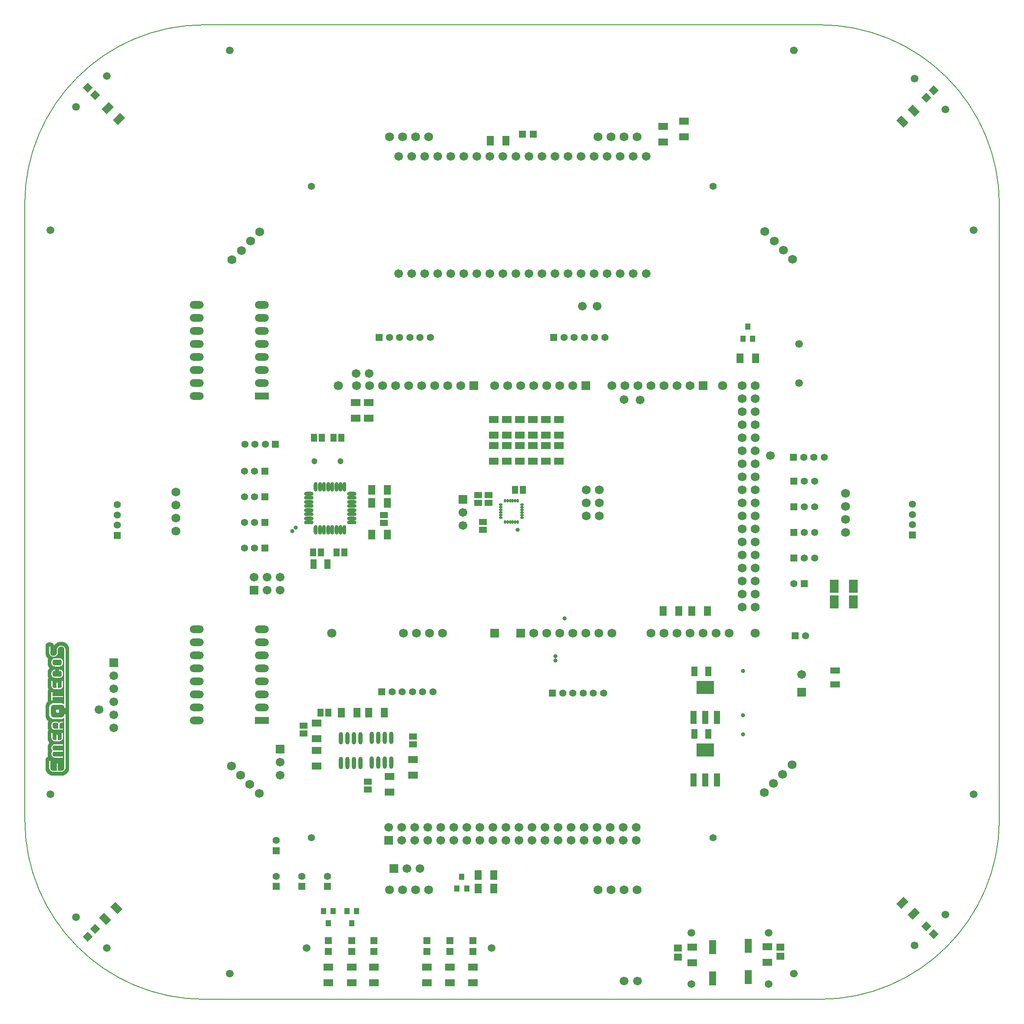
<source format=gts>
%FSLAX23Y23*%
%MOIN*%
G70*
G01*
G75*
G04 Layer_Color=8388736*
%ADD10C,0.008*%
%ADD11C,0.059*%
%ADD12R,0.035X0.037*%
%ADD13R,0.035X0.037*%
%ADD14R,0.045X0.069*%
%ADD15R,0.055X0.047*%
%ADD16R,0.055X0.043*%
%ADD17O,0.024X0.087*%
%ADD18R,0.039X0.094*%
%ADD19R,0.130X0.094*%
%ADD20O,0.065X0.022*%
%ADD21O,0.022X0.065*%
%ADD22R,0.043X0.055*%
%ADD23R,0.043X0.067*%
%ADD24R,0.067X0.043*%
%ADD25R,0.050X0.100*%
%ADD26R,0.057X0.094*%
%ADD27R,0.069X0.045*%
G04:AMPARAMS|DCode=28|XSize=69mil|YSize=45mil|CornerRadius=0mil|HoleSize=0mil|Usage=FLASHONLY|Rotation=225.000|XOffset=0mil|YOffset=0mil|HoleType=Round|Shape=Rectangle|*
%AMROTATEDRECTD28*
4,1,4,0.008,0.040,0.040,0.008,-0.008,-0.040,-0.040,-0.008,0.008,0.040,0.0*
%
%ADD28ROTATEDRECTD28*%

G04:AMPARAMS|DCode=29|XSize=69mil|YSize=45mil|CornerRadius=0mil|HoleSize=0mil|Usage=FLASHONLY|Rotation=315.000|XOffset=0mil|YOffset=0mil|HoleType=Round|Shape=Rectangle|*
%AMROTATEDRECTD29*
4,1,4,-0.040,0.008,-0.008,0.040,0.040,-0.008,0.008,-0.040,-0.040,0.008,0.0*
%
%ADD29ROTATEDRECTD29*%

%ADD30R,0.047X0.047*%
%ADD31R,0.047X0.047*%
G04:AMPARAMS|DCode=32|XSize=47mil|YSize=47mil|CornerRadius=0mil|HoleSize=0mil|Usage=FLASHONLY|Rotation=225.000|XOffset=0mil|YOffset=0mil|HoleType=Round|Shape=Rectangle|*
%AMROTATEDRECTD32*
4,1,4,0.000,0.033,0.033,0.000,0.000,-0.033,-0.033,0.000,0.000,0.033,0.0*
%
%ADD32ROTATEDRECTD32*%

G04:AMPARAMS|DCode=33|XSize=47mil|YSize=47mil|CornerRadius=0mil|HoleSize=0mil|Usage=FLASHONLY|Rotation=315.000|XOffset=0mil|YOffset=0mil|HoleType=Round|Shape=Rectangle|*
%AMROTATEDRECTD33*
4,1,4,-0.033,0.000,0.000,0.033,0.033,0.000,0.000,-0.033,-0.033,0.000,0.0*
%
%ADD33ROTATEDRECTD33*%

%ADD34O,0.022X0.010*%
%ADD35O,0.010X0.022*%
%ADD36C,0.010*%
%ADD37C,0.012*%
%ADD38C,0.009*%
%ADD39C,0.020*%
%ADD40C,0.030*%
%ADD41C,0.005*%
%ADD42R,0.047X0.047*%
%ADD43C,0.047*%
%ADD44C,0.060*%
%ADD45C,0.063*%
%ADD46R,0.060X0.060*%
%ADD47R,0.059X0.059*%
%ADD48R,0.059X0.059*%
%ADD49C,0.051*%
%ADD50C,0.039*%
%ADD51R,0.047X0.047*%
%ADD52O,0.100X0.050*%
%ADD53R,0.100X0.050*%
%ADD54C,0.031*%
%ADD55C,0.024*%
%ADD56C,0.026*%
%ADD57C,0.004*%
%ADD58C,0.010*%
%ADD59C,0.008*%
%ADD60C,0.024*%
%ADD61C,0.016*%
%ADD62C,0.001*%
%ADD63C,0.020*%
%ADD64C,0.006*%
%ADD65C,0.067*%
%ADD66R,0.043X0.045*%
%ADD67R,0.043X0.045*%
%ADD68R,0.053X0.077*%
%ADD69R,0.063X0.055*%
%ADD70R,0.063X0.051*%
%ADD71O,0.032X0.095*%
%ADD72R,0.047X0.102*%
%ADD73R,0.138X0.102*%
%ADD74O,0.073X0.030*%
%ADD75O,0.030X0.073*%
%ADD76R,0.051X0.063*%
%ADD77R,0.051X0.075*%
%ADD78R,0.075X0.051*%
%ADD79R,0.058X0.108*%
%ADD80R,0.065X0.102*%
%ADD81R,0.077X0.053*%
G04:AMPARAMS|DCode=82|XSize=77mil|YSize=53mil|CornerRadius=0mil|HoleSize=0mil|Usage=FLASHONLY|Rotation=225.000|XOffset=0mil|YOffset=0mil|HoleType=Round|Shape=Rectangle|*
%AMROTATEDRECTD82*
4,1,4,0.008,0.046,0.046,0.008,-0.008,-0.046,-0.046,-0.008,0.008,0.046,0.0*
%
%ADD82ROTATEDRECTD82*%

G04:AMPARAMS|DCode=83|XSize=77mil|YSize=53mil|CornerRadius=0mil|HoleSize=0mil|Usage=FLASHONLY|Rotation=315.000|XOffset=0mil|YOffset=0mil|HoleType=Round|Shape=Rectangle|*
%AMROTATEDRECTD83*
4,1,4,-0.046,0.008,-0.008,0.046,0.046,-0.008,0.008,-0.046,-0.046,0.008,0.0*
%
%ADD83ROTATEDRECTD83*%

%ADD84R,0.055X0.055*%
%ADD85R,0.055X0.055*%
G04:AMPARAMS|DCode=86|XSize=55mil|YSize=55mil|CornerRadius=0mil|HoleSize=0mil|Usage=FLASHONLY|Rotation=225.000|XOffset=0mil|YOffset=0mil|HoleType=Round|Shape=Rectangle|*
%AMROTATEDRECTD86*
4,1,4,0.000,0.039,0.039,0.000,0.000,-0.039,-0.039,0.000,0.000,0.039,0.0*
%
%ADD86ROTATEDRECTD86*%

G04:AMPARAMS|DCode=87|XSize=55mil|YSize=55mil|CornerRadius=0mil|HoleSize=0mil|Usage=FLASHONLY|Rotation=315.000|XOffset=0mil|YOffset=0mil|HoleType=Round|Shape=Rectangle|*
%AMROTATEDRECTD87*
4,1,4,-0.039,0.000,0.000,0.039,0.039,0.000,0.000,-0.039,-0.039,0.000,0.0*
%
%ADD87ROTATEDRECTD87*%

%ADD88O,0.030X0.018*%
%ADD89O,0.018X0.030*%
%ADD90R,0.055X0.055*%
%ADD91C,0.055*%
%ADD92C,0.068*%
%ADD93C,0.071*%
%ADD94R,0.068X0.068*%
%ADD95R,0.067X0.067*%
%ADD96R,0.067X0.067*%
%ADD97C,0.059*%
%ADD98C,0.047*%
%ADD99R,0.055X0.055*%
%ADD100O,0.108X0.058*%
%ADD101R,0.108X0.058*%
%ADD102C,0.032*%
D41*
X2363Y-3740D02*
G03*
X3741Y-2362I0J1378D01*
G01*
X-3739D02*
G03*
X-2362Y-3740I1378J0D01*
G01*
Y3740D02*
G03*
X-3739Y2362I0J-1378D01*
G01*
X3741D02*
G03*
X2363Y3740I-1378J0D01*
G01*
X-2362Y-3740D02*
X2363D01*
X-3739Y-2362D02*
Y2362D01*
X-2362Y3740D02*
X2363D01*
X3741Y-2362D02*
Y2362D01*
D62*
X-3565Y-2002D02*
Y-1880D01*
Y-1597D02*
Y-1455D01*
Y-1119D02*
Y-1003D01*
X-3564Y-2003D02*
Y-1880D01*
Y-1868D02*
Y-1843D01*
Y-1822D02*
Y-1797D01*
Y-1741D02*
Y-1685D01*
Y-1654D02*
Y-1622D01*
Y-1598D02*
Y-1374D01*
Y-1342D02*
Y-1287D01*
Y-1255D02*
Y-1223D01*
Y-1168D02*
Y-1136D01*
Y-1120D02*
Y-1003D01*
X-3563Y-2004D02*
Y-1879D01*
Y-1873D02*
Y-1838D01*
Y-1826D02*
Y-1792D01*
Y-1746D02*
Y-1682D01*
Y-1658D02*
Y-1617D01*
Y-1599D02*
Y-1371D01*
Y-1347D02*
Y-1284D01*
Y-1260D02*
Y-1219D01*
Y-1172D02*
Y-1131D01*
Y-1121D02*
Y-1002D01*
X-3562Y-2005D02*
Y-1879D01*
Y-1876D02*
Y-1835D01*
Y-1830D02*
Y-1789D01*
Y-1749D02*
Y-1680D01*
Y-1662D02*
Y-1614D01*
Y-1600D02*
Y-1369D01*
Y-1350D02*
Y-1281D01*
Y-1263D02*
Y-1215D01*
Y-1176D02*
Y-1128D01*
Y-1122D02*
Y-1002D01*
X-3561Y-2006D02*
Y-1786D01*
Y-1752D02*
Y-1678D01*
Y-1664D02*
Y-1611D01*
Y-1601D02*
Y-1367D01*
Y-1353D02*
Y-1280D01*
Y-1266D02*
Y-1213D01*
Y-1178D02*
Y-1125D01*
Y-1123D02*
Y-1002D01*
X-3560Y-2006D02*
Y-1784D01*
Y-1754D02*
Y-1677D01*
Y-1667D02*
Y-1609D01*
Y-1601D02*
Y-1365D01*
Y-1355D02*
Y-1278D01*
Y-1268D02*
Y-1210D01*
Y-1181D02*
Y-1002D01*
X-3559Y-2007D02*
Y-1782D01*
Y-1756D02*
Y-1675D01*
Y-1669D02*
Y-1607D01*
Y-1602D02*
Y-1364D01*
Y-1357D02*
Y-1277D01*
Y-1270D02*
Y-1208D01*
Y-1183D02*
Y-1002D01*
X-3558Y-2008D02*
Y-1780D01*
Y-1758D02*
Y-1674D01*
Y-1671D02*
Y-1605D01*
Y-1603D02*
Y-1363D01*
Y-1359D02*
Y-1276D01*
Y-1272D02*
Y-1207D01*
Y-1185D02*
Y-1001D01*
X-3557Y-2009D02*
Y-1778D01*
Y-1760D02*
Y-1673D01*
Y-1672D02*
Y-1362D01*
Y-1361D02*
Y-1275D01*
Y-1274D02*
Y-1205D01*
Y-1186D02*
Y-1001D01*
X-3556Y-2010D02*
Y-1776D01*
Y-1761D02*
Y-1203D01*
Y-1188D02*
Y-1001D01*
X-3555Y-2010D02*
Y-1964D01*
Y-1905D02*
Y-1775D01*
Y-1763D02*
Y-1559D01*
Y-1493D02*
Y-1202D01*
Y-1189D02*
Y-1081D01*
Y-1028D02*
Y-1001D01*
X-3554Y-2011D02*
Y-1969D01*
Y-1905D02*
Y-1774D01*
Y-1764D02*
Y-1564D01*
Y-1488D02*
Y-1201D01*
Y-1191D02*
Y-1086D01*
Y-1028D02*
Y-1001D01*
X-3553Y-2012D02*
Y-1972D01*
Y-1905D02*
Y-1772D01*
Y-1765D02*
Y-1567D01*
Y-1485D02*
Y-1199D01*
Y-1192D02*
Y-1089D01*
Y-1028D02*
Y-1001D01*
X-3552Y-2012D02*
Y-1974D01*
Y-1905D02*
Y-1771D01*
Y-1766D02*
Y-1569D01*
Y-1483D02*
Y-1198D01*
Y-1193D02*
Y-1091D01*
Y-1028D02*
Y-1001D01*
X-3551Y-2013D02*
Y-1976D01*
Y-1905D02*
Y-1770D01*
Y-1768D02*
Y-1571D01*
Y-1481D02*
Y-1197D01*
Y-1194D02*
Y-1093D01*
Y-1028D02*
Y-1001D01*
X-3550Y-2013D02*
Y-1978D01*
Y-1905D02*
Y-1572D01*
Y-1479D02*
Y-1196D01*
Y-1195D02*
Y-1095D01*
Y-1028D02*
Y-1001D01*
X-3549Y-2014D02*
Y-1979D01*
Y-1905D02*
Y-1574D01*
Y-1478D02*
Y-1096D01*
Y-1028D02*
Y-1001D01*
X-3548Y-2014D02*
Y-1980D01*
Y-1905D02*
Y-1575D01*
Y-1476D02*
Y-1097D01*
Y-1028D02*
Y-1001D01*
X-3547Y-2015D02*
Y-1982D01*
Y-1905D02*
Y-1576D01*
Y-1475D02*
Y-1099D01*
Y-1028D02*
Y-1001D01*
X-3546Y-2015D02*
Y-1983D01*
Y-1905D02*
Y-1578D01*
Y-1474D02*
Y-1100D01*
Y-1028D02*
Y-1001D01*
X-3545Y-2016D02*
Y-1984D01*
Y-1905D02*
Y-1579D01*
Y-1473D02*
Y-1101D01*
Y-1028D02*
Y-1001D01*
X-3544Y-2016D02*
Y-1985D01*
Y-1965D02*
Y-1580D01*
Y-1472D02*
Y-1102D01*
Y-1082D02*
Y-1001D01*
X-3543Y-2016D02*
Y-1986D01*
Y-1968D02*
Y-1580D01*
Y-1471D02*
Y-1103D01*
Y-1085D02*
Y-1001D01*
X-3542Y-2017D02*
Y-1986D01*
Y-1971D02*
Y-1581D01*
Y-1470D02*
Y-1103D01*
Y-1088D02*
Y-1001D01*
X-3541Y-2017D02*
Y-1987D01*
Y-1972D02*
Y-1582D01*
Y-1470D02*
Y-1104D01*
Y-1089D02*
Y-1002D01*
X-3540Y-2018D02*
Y-1988D01*
Y-1974D02*
Y-1583D01*
Y-1469D02*
Y-1105D01*
Y-1091D02*
Y-1002D01*
X-3539Y-2018D02*
Y-1989D01*
Y-1975D02*
Y-1583D01*
Y-1551D02*
Y-1500D01*
Y-1468D02*
Y-1106D01*
Y-1092D02*
Y-1002D01*
X-3538Y-2018D02*
Y-1989D01*
Y-1976D02*
Y-1861D01*
Y-1850D02*
Y-1815D01*
Y-1804D02*
Y-1734D01*
Y-1693D02*
Y-1647D01*
Y-1629D02*
Y-1584D01*
Y-1556D02*
Y-1495D01*
Y-1468D02*
Y-1447D01*
Y-1381D02*
Y-1335D01*
Y-1294D02*
Y-1248D01*
Y-1231D02*
Y-1161D01*
Y-1143D02*
Y-1106D01*
Y-1093D02*
Y-1002D01*
X-3537Y-2018D02*
Y-1990D01*
Y-1977D02*
Y-1866D01*
Y-1845D02*
Y-1820D01*
Y-1798D02*
Y-1739D01*
Y-1693D02*
Y-1652D01*
Y-1624D02*
Y-1585D01*
Y-1559D02*
Y-1493D01*
Y-1467D02*
Y-1447D01*
Y-1381D02*
Y-1341D01*
Y-1294D02*
Y-1253D01*
Y-1225D02*
Y-1166D01*
Y-1138D02*
Y-1107D01*
Y-1094D02*
Y-1002D01*
X-3536Y-2019D02*
Y-1990D01*
Y-1978D02*
Y-1869D01*
Y-1842D02*
Y-1823D01*
Y-1796D02*
Y-1742D01*
Y-1693D02*
Y-1655D01*
Y-1621D02*
Y-1585D01*
Y-1561D02*
Y-1491D01*
Y-1467D02*
Y-1447D01*
Y-1381D02*
Y-1343D01*
Y-1294D02*
Y-1256D01*
Y-1223D02*
Y-1169D01*
Y-1135D02*
Y-1107D01*
Y-1095D02*
Y-1003D01*
X-3535Y-2019D02*
Y-1991D01*
Y-1979D02*
Y-1871D01*
Y-1840D02*
Y-1825D01*
Y-1794D02*
Y-1744D01*
Y-1693D02*
Y-1657D01*
Y-1619D02*
Y-1586D01*
Y-1562D02*
Y-1489D01*
Y-1466D02*
Y-1447D01*
Y-1381D02*
Y-1345D01*
Y-1294D02*
Y-1258D01*
Y-1221D02*
Y-1171D01*
Y-1133D02*
Y-1108D01*
Y-1096D02*
Y-1003D01*
X-3534Y-2019D02*
Y-1991D01*
Y-1979D02*
Y-1873D01*
Y-1838D02*
Y-1826D01*
Y-1792D02*
Y-1746D01*
Y-1693D02*
Y-1658D01*
Y-1617D02*
Y-1586D01*
Y-1564D02*
Y-1488D01*
Y-1466D02*
Y-1447D01*
Y-1381D02*
Y-1347D01*
Y-1294D02*
Y-1260D01*
Y-1219D02*
Y-1172D01*
Y-1132D02*
Y-1108D01*
Y-1096D02*
Y-1003D01*
X-3533Y-2019D02*
Y-1992D01*
Y-1980D02*
Y-1874D01*
Y-1837D02*
Y-1828D01*
Y-1791D02*
Y-1747D01*
Y-1693D02*
Y-1660D01*
Y-1616D02*
Y-1586D01*
Y-1565D02*
Y-1487D01*
Y-1465D02*
Y-1447D01*
Y-1381D02*
Y-1348D01*
Y-1294D02*
Y-1261D01*
Y-1217D02*
Y-1174D01*
Y-1130D02*
Y-1109D01*
Y-1097D02*
Y-1004D01*
X-3532Y-2020D02*
Y-1992D01*
Y-1981D02*
Y-1875D01*
Y-1835D02*
Y-1829D01*
Y-1789D02*
Y-1748D01*
Y-1693D02*
Y-1661D01*
Y-1615D02*
Y-1587D01*
Y-1566D02*
Y-1486D01*
Y-1465D02*
Y-1447D01*
Y-1381D02*
Y-1350D01*
Y-1294D02*
Y-1262D01*
Y-1216D02*
Y-1175D01*
Y-1129D02*
Y-1109D01*
Y-1098D02*
Y-1004D01*
X-3531Y-2020D02*
Y-1992D01*
Y-1981D02*
Y-1876D01*
Y-1834D02*
Y-1830D01*
Y-1788D02*
Y-1749D01*
Y-1693D02*
Y-1662D01*
Y-1614D02*
Y-1587D01*
Y-1567D02*
Y-1485D01*
Y-1465D02*
Y-1447D01*
Y-1381D02*
Y-1351D01*
Y-1294D02*
Y-1264D01*
Y-1215D02*
Y-1176D01*
Y-1128D02*
Y-1109D01*
Y-1098D02*
Y-1005D01*
X-3530Y-2020D02*
Y-1993D01*
Y-1981D02*
Y-1877D01*
Y-1833D02*
Y-1831D01*
Y-1787D02*
Y-1750D01*
Y-1693D02*
Y-1663D01*
Y-1613D02*
Y-1587D01*
Y-1568D02*
Y-1484D01*
Y-1464D02*
Y-1447D01*
Y-1381D02*
Y-1352D01*
Y-1294D02*
Y-1265D01*
Y-1214D02*
Y-1177D01*
Y-1127D02*
Y-1110D01*
Y-1098D02*
Y-1005D01*
X-3529Y-2020D02*
Y-1993D01*
Y-1982D02*
Y-1878D01*
Y-1786D02*
Y-1751D01*
Y-1693D02*
Y-1664D01*
Y-1612D02*
Y-1588D01*
Y-1568D02*
Y-1483D01*
Y-1464D02*
Y-1447D01*
Y-1381D02*
Y-1353D01*
Y-1294D02*
Y-1265D01*
Y-1213D02*
Y-1178D01*
Y-1126D02*
Y-1110D01*
Y-1099D02*
Y-1006D01*
X-3528Y-2020D02*
Y-1993D01*
Y-1982D02*
Y-1879D01*
Y-1785D02*
Y-1752D01*
Y-1693D02*
Y-1665D01*
Y-1611D02*
Y-1588D01*
Y-1569D02*
Y-1483D01*
Y-1464D02*
Y-1447D01*
Y-1381D02*
Y-1354D01*
Y-1294D02*
Y-1266D01*
Y-1212D02*
Y-1179D01*
Y-1125D02*
Y-1110D01*
Y-1099D02*
Y-1007D01*
X-3527Y-2020D02*
Y-1993D01*
Y-1982D02*
Y-1880D01*
Y-1785D02*
Y-1753D01*
Y-1693D02*
Y-1666D01*
Y-1610D02*
Y-1588D01*
Y-1570D02*
Y-1482D01*
Y-1464D02*
Y-1447D01*
Y-1381D02*
Y-1354D01*
Y-1294D02*
Y-1267D01*
Y-1212D02*
Y-1180D01*
Y-1124D02*
Y-1110D01*
Y-1099D02*
Y-1008D01*
X-3526Y-2020D02*
Y-1993D01*
Y-1983D02*
Y-1881D01*
Y-1859D02*
Y-1852D01*
Y-1813D02*
Y-1805D01*
Y-1784D02*
Y-1754D01*
Y-1732D02*
Y-1666D01*
Y-1645D02*
Y-1631D01*
Y-1609D02*
Y-1588D01*
Y-1570D02*
Y-1482D01*
Y-1463D02*
Y-1420D01*
Y-1408D02*
Y-1355D01*
Y-1334D02*
Y-1268D01*
Y-1246D02*
Y-1232D01*
Y-1211D02*
Y-1180D01*
Y-1159D02*
Y-1145D01*
Y-1123D02*
Y-1110D01*
Y-1100D02*
Y-1008D01*
X-3525Y-2020D02*
Y-1994D01*
Y-1983D02*
Y-1881D01*
Y-1864D02*
Y-1847D01*
Y-1818D02*
Y-1800D01*
Y-1783D02*
Y-1754D01*
Y-1737D02*
Y-1667D01*
Y-1650D02*
Y-1626D01*
Y-1609D02*
Y-1588D01*
Y-1571D02*
Y-1481D01*
Y-1463D02*
Y-1420D01*
Y-1408D02*
Y-1356D01*
Y-1339D02*
Y-1268D01*
Y-1251D02*
Y-1227D01*
Y-1210D02*
Y-1181D01*
Y-1164D02*
Y-1140D01*
Y-1123D02*
Y-1111D01*
Y-1100D02*
Y-1009D01*
X-3524Y-2020D02*
Y-1994D01*
Y-1983D02*
Y-1882D01*
Y-1866D02*
Y-1845D01*
Y-1820D02*
Y-1798D01*
Y-1783D02*
Y-1755D01*
Y-1739D02*
Y-1668D01*
Y-1652D02*
Y-1624D01*
Y-1608D02*
Y-1589D01*
Y-1571D02*
Y-1481D01*
Y-1463D02*
Y-1420D01*
Y-1408D02*
Y-1356D01*
Y-1341D02*
Y-1269D01*
Y-1253D02*
Y-1225D01*
Y-1210D02*
Y-1182D01*
Y-1166D02*
Y-1138D01*
Y-1122D02*
Y-1111D01*
Y-1100D02*
Y-1011D01*
X-3523Y-2020D02*
Y-1994D01*
Y-1983D02*
Y-1882D01*
Y-1867D02*
Y-1843D01*
Y-1821D02*
Y-1797D01*
Y-1782D02*
Y-1755D01*
Y-1741D02*
Y-1668D01*
Y-1653D02*
Y-1622D01*
Y-1608D02*
Y-1589D01*
Y-1571D02*
Y-1480D01*
Y-1463D02*
Y-1420D01*
Y-1408D02*
Y-1357D01*
Y-1342D02*
Y-1269D01*
Y-1255D02*
Y-1224D01*
Y-1209D02*
Y-1182D01*
Y-1167D02*
Y-1137D01*
Y-1122D02*
Y-1111D01*
Y-1100D02*
Y-1012D01*
X-3522Y-2020D02*
Y-1994D01*
Y-1983D02*
Y-1883D01*
Y-1869D02*
Y-1842D01*
Y-1822D02*
Y-1796D01*
Y-1782D02*
Y-1756D01*
Y-1742D02*
Y-1668D01*
Y-1654D02*
Y-1621D01*
Y-1607D02*
Y-1589D01*
Y-1572D02*
Y-1480D01*
Y-1463D02*
Y-1420D01*
Y-1408D02*
Y-1357D01*
Y-1343D02*
Y-1270D01*
Y-1256D02*
Y-1223D01*
Y-1209D02*
Y-1183D01*
Y-1168D02*
Y-1135D01*
Y-1121D02*
Y-1111D01*
Y-1100D02*
Y-1013D01*
X-3521Y-2020D02*
Y-1994D01*
Y-1983D02*
Y-1883D01*
Y-1869D02*
Y-1841D01*
Y-1823D02*
Y-1795D01*
Y-1781D02*
Y-1756D01*
Y-1743D02*
Y-1669D01*
Y-1655D02*
Y-1620D01*
Y-1607D02*
Y-1589D01*
Y-1572D02*
Y-1480D01*
Y-1463D02*
Y-1420D01*
Y-1408D02*
Y-1358D01*
Y-1344D02*
Y-1270D01*
Y-1257D02*
Y-1222D01*
Y-1208D02*
Y-1183D01*
Y-1169D02*
Y-1135D01*
Y-1121D02*
Y-1111D01*
Y-1100D02*
Y-1015D01*
X-3520Y-2020D02*
Y-1994D01*
Y-1983D02*
Y-1883D01*
Y-1870D02*
Y-1841D01*
Y-1824D02*
Y-1794D01*
Y-1781D02*
Y-1757D01*
Y-1743D02*
Y-1669D01*
Y-1656D02*
Y-1620D01*
Y-1606D02*
Y-1589D01*
Y-1572D02*
Y-1480D01*
Y-1463D02*
Y-1420D01*
Y-1408D02*
Y-1358D01*
Y-1345D02*
Y-1271D01*
Y-1257D02*
Y-1221D01*
Y-1208D02*
Y-1183D01*
Y-1170D02*
Y-1134D01*
Y-1121D02*
Y-1111D01*
Y-1100D02*
Y-1017D01*
X-3519Y-2020D02*
Y-1994D01*
Y-1983D02*
Y-1884D01*
Y-1871D02*
Y-1840D01*
Y-1825D02*
Y-1794D01*
Y-1781D02*
Y-1757D01*
Y-1744D02*
Y-1669D01*
Y-1657D02*
Y-1619D01*
Y-1606D02*
Y-1589D01*
Y-1572D02*
Y-1479D01*
Y-1463D02*
Y-1420D01*
Y-1408D02*
Y-1358D01*
Y-1345D02*
Y-1271D01*
Y-1258D02*
Y-1221D01*
Y-1208D02*
Y-1184D01*
Y-1171D02*
Y-1133D01*
Y-1120D02*
Y-1111D01*
Y-1100D02*
Y-1020D01*
X-3518Y-2020D02*
Y-1994D01*
Y-1983D02*
Y-1884D01*
Y-1871D02*
Y-1839D01*
Y-1825D02*
Y-1793D01*
Y-1781D02*
Y-1757D01*
Y-1744D02*
Y-1670D01*
Y-1657D02*
Y-1619D01*
Y-1606D02*
Y-1589D01*
Y-1572D02*
Y-1479D01*
Y-1463D02*
Y-1420D01*
Y-1408D02*
Y-1359D01*
Y-1346D02*
Y-1271D01*
Y-1259D02*
Y-1220D01*
Y-1207D02*
Y-1184D01*
Y-1171D02*
Y-1133D01*
Y-1120D02*
Y-1111D01*
Y-1100D02*
Y-1026D01*
X-3517Y-2020D02*
Y-1994D01*
Y-1983D02*
Y-1884D01*
Y-1872D02*
Y-1839D01*
Y-1825D02*
Y-1793D01*
Y-1780D02*
Y-1757D01*
Y-1745D02*
Y-1670D01*
Y-1657D02*
Y-1618D01*
Y-1606D02*
Y-1589D01*
Y-1572D02*
Y-1479D01*
Y-1463D02*
Y-1420D01*
Y-1408D02*
Y-1359D01*
Y-1346D02*
Y-1271D01*
Y-1259D02*
Y-1220D01*
Y-1207D02*
Y-1184D01*
Y-1172D02*
Y-1132D01*
Y-1120D02*
Y-1111D01*
Y-1100D02*
Y-1029D01*
X-3516Y-2020D02*
Y-1994D01*
Y-1983D02*
Y-1884D01*
Y-1872D02*
Y-1839D01*
Y-1826D02*
Y-1793D01*
Y-1780D02*
Y-1757D01*
Y-1745D02*
Y-1670D01*
Y-1658D02*
Y-1618D01*
Y-1606D02*
Y-1589D01*
Y-1572D02*
Y-1479D01*
Y-1463D02*
Y-1420D01*
Y-1408D02*
Y-1359D01*
Y-1347D02*
Y-1272D01*
Y-1259D02*
Y-1219D01*
Y-1207D02*
Y-1184D01*
Y-1172D02*
Y-1132D01*
Y-1120D02*
Y-1110D01*
Y-1100D02*
Y-1027D01*
X-3515Y-2020D02*
Y-1994D01*
Y-1983D02*
Y-1884D01*
Y-1872D02*
Y-1839D01*
Y-1826D02*
Y-1792D01*
Y-1780D02*
Y-1758D01*
Y-1745D02*
Y-1670D01*
Y-1658D02*
Y-1618D01*
Y-1605D02*
Y-1589D01*
Y-1572D02*
Y-1479D01*
Y-1463D02*
Y-1420D01*
Y-1408D02*
Y-1359D01*
Y-1347D02*
Y-1272D01*
Y-1259D02*
Y-1219D01*
Y-1207D02*
Y-1184D01*
Y-1172D02*
Y-1132D01*
Y-1120D02*
Y-1110D01*
Y-1099D02*
Y-1025D01*
X-3514Y-2020D02*
Y-1994D01*
Y-1983D02*
Y-1885D01*
Y-1872D02*
Y-1838D01*
Y-1826D02*
Y-1792D01*
Y-1780D02*
Y-1758D01*
Y-1745D02*
Y-1670D01*
Y-1658D02*
Y-1618D01*
Y-1605D02*
Y-1589D01*
Y-1572D02*
Y-1479D01*
Y-1463D02*
Y-1420D01*
Y-1408D02*
Y-1359D01*
Y-1347D02*
Y-1272D01*
Y-1260D02*
Y-1219D01*
Y-1207D02*
Y-1184D01*
Y-1172D02*
Y-1132D01*
Y-1119D02*
Y-1110D01*
Y-1099D02*
Y-1023D01*
X-3513Y-2020D02*
Y-1994D01*
Y-1983D02*
Y-1885D01*
Y-1872D02*
Y-1838D01*
Y-1826D02*
Y-1792D01*
Y-1780D02*
Y-1758D01*
Y-1745D02*
Y-1670D01*
Y-1658D02*
Y-1617D01*
Y-1605D02*
Y-1589D01*
Y-1572D02*
Y-1479D01*
Y-1463D02*
Y-1420D01*
Y-1408D02*
Y-1359D01*
Y-1347D02*
Y-1272D01*
Y-1260D02*
Y-1219D01*
Y-1207D02*
Y-1184D01*
Y-1172D02*
Y-1132D01*
Y-1119D02*
Y-1110D01*
Y-1099D02*
Y-1022D01*
X-3512Y-2020D02*
Y-1994D01*
Y-1983D02*
Y-1885D01*
Y-1872D02*
Y-1838D01*
Y-1826D02*
Y-1792D01*
Y-1780D02*
Y-1758D01*
Y-1745D02*
Y-1670D01*
Y-1658D02*
Y-1617D01*
Y-1605D02*
Y-1589D01*
Y-1572D02*
Y-1479D01*
Y-1463D02*
Y-1420D01*
Y-1408D02*
Y-1359D01*
Y-1347D02*
Y-1272D01*
Y-1260D02*
Y-1219D01*
Y-1207D02*
Y-1185D01*
Y-1172D02*
Y-1132D01*
Y-1119D02*
Y-1110D01*
Y-1099D02*
Y-1021D01*
X-3511Y-2020D02*
Y-1994D01*
Y-1983D02*
Y-1885D01*
Y-1872D02*
Y-1838D01*
Y-1826D02*
Y-1792D01*
Y-1780D02*
Y-1758D01*
Y-1745D02*
Y-1670D01*
Y-1658D02*
Y-1617D01*
Y-1605D02*
Y-1589D01*
Y-1572D02*
Y-1479D01*
Y-1463D02*
Y-1420D01*
Y-1408D02*
Y-1359D01*
Y-1347D02*
Y-1272D01*
Y-1260D02*
Y-1219D01*
Y-1207D02*
Y-1185D01*
Y-1172D02*
Y-1132D01*
Y-1119D02*
Y-1109D01*
Y-1098D02*
Y-1019D01*
X-3510Y-2020D02*
Y-1994D01*
Y-1983D02*
Y-1885D01*
Y-1872D02*
Y-1838D01*
Y-1826D02*
Y-1792D01*
Y-1780D02*
Y-1758D01*
Y-1745D02*
Y-1670D01*
Y-1658D02*
Y-1617D01*
Y-1605D02*
Y-1589D01*
Y-1572D02*
Y-1479D01*
Y-1463D02*
Y-1420D01*
Y-1408D02*
Y-1359D01*
Y-1347D02*
Y-1272D01*
Y-1260D02*
Y-1219D01*
Y-1207D02*
Y-1185D01*
Y-1172D02*
Y-1132D01*
Y-1119D02*
Y-1109D01*
Y-1098D02*
Y-1018D01*
X-3509Y-2020D02*
Y-1994D01*
Y-1983D02*
Y-1885D01*
Y-1872D02*
Y-1838D01*
Y-1826D02*
Y-1792D01*
Y-1780D02*
Y-1758D01*
Y-1745D02*
Y-1670D01*
Y-1658D02*
Y-1617D01*
Y-1605D02*
Y-1589D01*
Y-1572D02*
Y-1479D01*
Y-1463D02*
Y-1420D01*
Y-1408D02*
Y-1359D01*
Y-1347D02*
Y-1272D01*
Y-1260D02*
Y-1219D01*
Y-1207D02*
Y-1185D01*
Y-1172D02*
Y-1132D01*
Y-1119D02*
Y-1109D01*
Y-1097D02*
Y-1017D01*
X-3508Y-2020D02*
Y-1994D01*
Y-1983D02*
Y-1885D01*
Y-1872D02*
Y-1838D01*
Y-1826D02*
Y-1792D01*
Y-1780D02*
Y-1758D01*
Y-1745D02*
Y-1670D01*
Y-1658D02*
Y-1617D01*
Y-1605D02*
Y-1589D01*
Y-1572D02*
Y-1479D01*
Y-1463D02*
Y-1420D01*
Y-1408D02*
Y-1359D01*
Y-1347D02*
Y-1272D01*
Y-1260D02*
Y-1219D01*
Y-1207D02*
Y-1185D01*
Y-1172D02*
Y-1132D01*
Y-1119D02*
Y-1108D01*
Y-1097D02*
Y-1016D01*
X-3507Y-2020D02*
Y-1994D01*
Y-1983D02*
Y-1885D01*
Y-1872D02*
Y-1838D01*
Y-1826D02*
Y-1792D01*
Y-1780D02*
Y-1758D01*
Y-1745D02*
Y-1670D01*
Y-1658D02*
Y-1617D01*
Y-1605D02*
Y-1589D01*
Y-1572D02*
Y-1479D01*
Y-1463D02*
Y-1420D01*
Y-1408D02*
Y-1359D01*
Y-1347D02*
Y-1272D01*
Y-1260D02*
Y-1219D01*
Y-1207D02*
Y-1185D01*
Y-1172D02*
Y-1132D01*
Y-1119D02*
Y-1108D01*
Y-1096D02*
Y-1015D01*
X-3506Y-2020D02*
Y-1994D01*
Y-1983D02*
Y-1885D01*
Y-1872D02*
Y-1838D01*
Y-1826D02*
Y-1792D01*
Y-1780D02*
Y-1758D01*
Y-1745D02*
Y-1670D01*
Y-1658D02*
Y-1617D01*
Y-1605D02*
Y-1589D01*
Y-1572D02*
Y-1479D01*
Y-1463D02*
Y-1420D01*
Y-1408D02*
Y-1359D01*
Y-1347D02*
Y-1272D01*
Y-1260D02*
Y-1185D01*
Y-1172D02*
Y-1132D01*
Y-1119D02*
Y-1108D01*
Y-1095D02*
Y-1014D01*
X-3505Y-2020D02*
Y-1994D01*
Y-1983D02*
Y-1885D01*
Y-1872D02*
Y-1838D01*
Y-1826D02*
Y-1792D01*
Y-1780D02*
Y-1758D01*
Y-1745D02*
Y-1670D01*
Y-1658D02*
Y-1617D01*
Y-1605D02*
Y-1589D01*
Y-1572D02*
Y-1479D01*
Y-1463D02*
Y-1420D01*
Y-1408D02*
Y-1359D01*
Y-1347D02*
Y-1272D01*
Y-1260D02*
Y-1185D01*
Y-1172D02*
Y-1132D01*
Y-1119D02*
Y-1107D01*
Y-1094D02*
Y-1013D01*
X-3504Y-2020D02*
Y-1994D01*
Y-1983D02*
Y-1885D01*
Y-1872D02*
Y-1838D01*
Y-1826D02*
Y-1792D01*
Y-1780D02*
Y-1758D01*
Y-1745D02*
Y-1670D01*
Y-1658D02*
Y-1617D01*
Y-1605D02*
Y-1589D01*
Y-1572D02*
Y-1479D01*
Y-1463D02*
Y-1420D01*
Y-1408D02*
Y-1359D01*
Y-1347D02*
Y-1272D01*
Y-1260D02*
Y-1185D01*
Y-1172D02*
Y-1132D01*
Y-1119D02*
Y-1106D01*
Y-1094D02*
Y-1012D01*
X-3503Y-2020D02*
Y-1994D01*
Y-1983D02*
Y-1885D01*
Y-1872D02*
Y-1838D01*
Y-1826D02*
Y-1792D01*
Y-1780D02*
Y-1758D01*
Y-1745D02*
Y-1670D01*
Y-1658D02*
Y-1617D01*
Y-1605D02*
Y-1589D01*
Y-1572D02*
Y-1479D01*
Y-1463D02*
Y-1420D01*
Y-1408D02*
Y-1359D01*
Y-1347D02*
Y-1272D01*
Y-1260D02*
Y-1185D01*
Y-1172D02*
Y-1132D01*
Y-1119D02*
Y-1106D01*
Y-1092D02*
Y-1011D01*
X-3502Y-2020D02*
Y-1994D01*
Y-1983D02*
Y-1885D01*
Y-1872D02*
Y-1838D01*
Y-1826D02*
Y-1792D01*
Y-1780D02*
Y-1758D01*
Y-1745D02*
Y-1670D01*
Y-1658D02*
Y-1617D01*
Y-1605D02*
Y-1589D01*
Y-1572D02*
Y-1479D01*
Y-1463D02*
Y-1420D01*
Y-1408D02*
Y-1359D01*
Y-1347D02*
Y-1272D01*
Y-1260D02*
Y-1185D01*
Y-1172D02*
Y-1132D01*
Y-1119D02*
Y-1105D01*
Y-1091D02*
Y-1010D01*
X-3501Y-2020D02*
Y-1994D01*
Y-1983D02*
Y-1885D01*
Y-1872D02*
Y-1838D01*
Y-1826D02*
Y-1792D01*
Y-1780D02*
Y-1758D01*
Y-1745D02*
Y-1670D01*
Y-1658D02*
Y-1617D01*
Y-1605D02*
Y-1589D01*
Y-1572D02*
Y-1535D01*
Y-1517D02*
Y-1479D01*
Y-1463D02*
Y-1420D01*
Y-1408D02*
Y-1359D01*
Y-1347D02*
Y-1272D01*
Y-1260D02*
Y-1185D01*
Y-1172D02*
Y-1132D01*
Y-1119D02*
Y-1105D01*
Y-1090D02*
Y-1009D01*
X-3500Y-2020D02*
Y-1994D01*
Y-1983D02*
Y-1885D01*
Y-1872D02*
Y-1838D01*
Y-1826D02*
Y-1792D01*
Y-1780D02*
Y-1758D01*
Y-1745D02*
Y-1670D01*
Y-1658D02*
Y-1617D01*
Y-1605D02*
Y-1589D01*
Y-1572D02*
Y-1537D01*
Y-1515D02*
Y-1479D01*
Y-1463D02*
Y-1420D01*
Y-1408D02*
Y-1359D01*
Y-1347D02*
Y-1272D01*
Y-1260D02*
Y-1185D01*
Y-1172D02*
Y-1132D01*
Y-1119D02*
Y-1104D01*
Y-1088D02*
Y-1008D01*
X-3499Y-2020D02*
Y-1994D01*
Y-1983D02*
Y-1885D01*
Y-1872D02*
Y-1838D01*
Y-1826D02*
Y-1792D01*
Y-1780D02*
Y-1758D01*
Y-1745D02*
Y-1670D01*
Y-1658D02*
Y-1617D01*
Y-1605D02*
Y-1589D01*
Y-1572D02*
Y-1538D01*
Y-1514D02*
Y-1479D01*
Y-1463D02*
Y-1420D01*
Y-1408D02*
Y-1359D01*
Y-1347D02*
Y-1272D01*
Y-1260D02*
Y-1185D01*
Y-1172D02*
Y-1132D01*
Y-1119D02*
Y-1103D01*
Y-1087D02*
Y-1008D01*
X-3498Y-2020D02*
Y-1994D01*
Y-1983D02*
Y-1885D01*
Y-1872D02*
Y-1838D01*
Y-1826D02*
Y-1792D01*
Y-1780D02*
Y-1758D01*
Y-1706D02*
Y-1670D01*
Y-1658D02*
Y-1617D01*
Y-1605D02*
Y-1589D01*
Y-1572D02*
Y-1538D01*
Y-1514D02*
Y-1479D01*
Y-1463D02*
Y-1420D01*
Y-1408D02*
Y-1359D01*
Y-1307D02*
Y-1272D01*
Y-1260D02*
Y-1185D01*
Y-1172D02*
Y-1132D01*
Y-1119D02*
Y-1102D01*
Y-1084D02*
Y-1007D01*
X-3497Y-2020D02*
Y-1994D01*
Y-1983D02*
Y-1885D01*
Y-1872D02*
Y-1838D01*
Y-1826D02*
Y-1792D01*
Y-1780D02*
Y-1758D01*
Y-1706D02*
Y-1670D01*
Y-1658D02*
Y-1618D01*
Y-1605D02*
Y-1589D01*
Y-1572D02*
Y-1539D01*
Y-1513D02*
Y-1479D01*
Y-1463D02*
Y-1420D01*
Y-1408D02*
Y-1359D01*
Y-1307D02*
Y-1272D01*
Y-1260D02*
Y-1185D01*
Y-1172D02*
Y-1132D01*
Y-1119D02*
Y-1101D01*
Y-1079D02*
Y-1006D01*
X-3496Y-2020D02*
Y-1994D01*
Y-1925D02*
Y-1885D01*
Y-1872D02*
Y-1838D01*
Y-1826D02*
Y-1792D01*
Y-1780D02*
Y-1758D01*
Y-1706D02*
Y-1670D01*
Y-1658D02*
Y-1618D01*
Y-1605D02*
Y-1589D01*
Y-1572D02*
Y-1539D01*
Y-1513D02*
Y-1479D01*
Y-1463D02*
Y-1420D01*
Y-1408D02*
Y-1359D01*
Y-1307D02*
Y-1272D01*
Y-1260D02*
Y-1185D01*
Y-1172D02*
Y-1132D01*
Y-1119D02*
Y-1100D01*
Y-1049D02*
Y-1005D01*
X-3495Y-2020D02*
Y-1994D01*
Y-1925D02*
Y-1885D01*
Y-1872D02*
Y-1838D01*
Y-1826D02*
Y-1792D01*
Y-1780D02*
Y-1758D01*
Y-1706D02*
Y-1670D01*
Y-1658D02*
Y-1618D01*
Y-1606D02*
Y-1589D01*
Y-1572D02*
Y-1539D01*
Y-1513D02*
Y-1479D01*
Y-1463D02*
Y-1420D01*
Y-1408D02*
Y-1359D01*
Y-1307D02*
Y-1272D01*
Y-1260D02*
Y-1185D01*
Y-1172D02*
Y-1132D01*
Y-1119D02*
Y-1099D01*
Y-1045D02*
Y-1005D01*
X-3494Y-2020D02*
Y-1994D01*
Y-1925D02*
Y-1885D01*
Y-1872D02*
Y-1838D01*
Y-1826D02*
Y-1792D01*
Y-1780D02*
Y-1758D01*
Y-1706D02*
Y-1670D01*
Y-1658D02*
Y-1618D01*
Y-1606D02*
Y-1589D01*
Y-1572D02*
Y-1539D01*
Y-1513D02*
Y-1479D01*
Y-1463D02*
Y-1420D01*
Y-1408D02*
Y-1359D01*
Y-1307D02*
Y-1272D01*
Y-1260D02*
Y-1185D01*
Y-1172D02*
Y-1132D01*
Y-1119D02*
Y-1098D01*
Y-1043D02*
Y-1004D01*
X-3493Y-2020D02*
Y-1994D01*
Y-1925D02*
Y-1885D01*
Y-1872D02*
Y-1838D01*
Y-1826D02*
Y-1792D01*
Y-1780D02*
Y-1758D01*
Y-1706D02*
Y-1670D01*
Y-1658D02*
Y-1619D01*
Y-1606D02*
Y-1589D01*
Y-1572D02*
Y-1539D01*
Y-1513D02*
Y-1479D01*
Y-1463D02*
Y-1420D01*
Y-1408D02*
Y-1359D01*
Y-1307D02*
Y-1272D01*
Y-1260D02*
Y-1185D01*
Y-1172D02*
Y-1132D01*
Y-1119D02*
Y-1097D01*
Y-1041D02*
Y-1004D01*
X-3492Y-2020D02*
Y-1994D01*
Y-1925D02*
Y-1885D01*
Y-1872D02*
Y-1838D01*
Y-1826D02*
Y-1792D01*
Y-1780D02*
Y-1758D01*
Y-1706D02*
Y-1670D01*
Y-1658D02*
Y-1619D01*
Y-1606D02*
Y-1589D01*
Y-1572D02*
Y-1539D01*
Y-1513D02*
Y-1479D01*
Y-1463D02*
Y-1420D01*
Y-1408D02*
Y-1359D01*
Y-1307D02*
Y-1272D01*
Y-1260D02*
Y-1185D01*
Y-1172D02*
Y-1132D01*
Y-1119D02*
Y-1095D01*
Y-1039D02*
Y-1003D01*
X-3491Y-2020D02*
Y-1994D01*
Y-1925D02*
Y-1885D01*
Y-1872D02*
Y-1838D01*
Y-1826D02*
Y-1792D01*
Y-1780D02*
Y-1758D01*
Y-1706D02*
Y-1670D01*
Y-1658D02*
Y-1620D01*
Y-1606D02*
Y-1589D01*
Y-1572D02*
Y-1539D01*
Y-1513D02*
Y-1479D01*
Y-1463D02*
Y-1420D01*
Y-1408D02*
Y-1359D01*
Y-1307D02*
Y-1272D01*
Y-1260D02*
Y-1185D01*
Y-1172D02*
Y-1132D01*
Y-1119D02*
Y-1094D01*
Y-1038D02*
Y-1002D01*
X-3490Y-2020D02*
Y-1994D01*
Y-1925D02*
Y-1885D01*
Y-1872D02*
Y-1838D01*
Y-1826D02*
Y-1792D01*
Y-1780D02*
Y-1758D01*
Y-1706D02*
Y-1670D01*
Y-1658D02*
Y-1621D01*
Y-1607D02*
Y-1589D01*
Y-1572D02*
Y-1539D01*
Y-1513D02*
Y-1479D01*
Y-1463D02*
Y-1420D01*
Y-1408D02*
Y-1359D01*
Y-1307D02*
Y-1272D01*
Y-1260D02*
Y-1185D01*
Y-1172D02*
Y-1132D01*
Y-1119D02*
Y-1092D01*
Y-1036D02*
Y-1002D01*
X-3489Y-2020D02*
Y-1994D01*
Y-1925D02*
Y-1885D01*
Y-1872D02*
Y-1838D01*
Y-1826D02*
Y-1792D01*
Y-1780D02*
Y-1758D01*
Y-1706D02*
Y-1670D01*
Y-1658D02*
Y-1622D01*
Y-1607D02*
Y-1589D01*
Y-1572D02*
Y-1539D01*
Y-1513D02*
Y-1479D01*
Y-1463D02*
Y-1420D01*
Y-1408D02*
Y-1359D01*
Y-1307D02*
Y-1272D01*
Y-1260D02*
Y-1185D01*
Y-1172D02*
Y-1132D01*
Y-1119D02*
Y-1090D01*
Y-1035D02*
Y-1001D01*
X-3488Y-2020D02*
Y-1994D01*
Y-1925D02*
Y-1885D01*
Y-1872D02*
Y-1838D01*
Y-1826D02*
Y-1792D01*
Y-1780D02*
Y-1758D01*
Y-1706D02*
Y-1670D01*
Y-1658D02*
Y-1623D01*
Y-1608D02*
Y-1589D01*
Y-1572D02*
Y-1539D01*
Y-1513D02*
Y-1479D01*
Y-1463D02*
Y-1420D01*
Y-1408D02*
Y-1359D01*
Y-1307D02*
Y-1272D01*
Y-1260D02*
Y-1185D01*
Y-1172D02*
Y-1132D01*
Y-1119D02*
Y-1087D01*
Y-1034D02*
Y-1001D01*
X-3487Y-2020D02*
Y-1994D01*
Y-1925D02*
Y-1885D01*
Y-1872D02*
Y-1838D01*
Y-1826D02*
Y-1792D01*
Y-1780D02*
Y-1758D01*
Y-1706D02*
Y-1670D01*
Y-1658D02*
Y-1624D01*
Y-1608D02*
Y-1589D01*
Y-1572D02*
Y-1539D01*
Y-1513D02*
Y-1479D01*
Y-1463D02*
Y-1420D01*
Y-1408D02*
Y-1359D01*
Y-1307D02*
Y-1272D01*
Y-1260D02*
Y-1185D01*
Y-1172D02*
Y-1132D01*
Y-1119D02*
Y-1084D01*
Y-1033D02*
Y-1001D01*
X-3486Y-2020D02*
Y-1994D01*
Y-1983D02*
Y-1885D01*
Y-1872D02*
Y-1838D01*
Y-1826D02*
Y-1792D01*
Y-1780D02*
Y-1758D01*
Y-1745D02*
Y-1670D01*
Y-1658D02*
Y-1626D01*
Y-1609D02*
Y-1589D01*
Y-1572D02*
Y-1539D01*
Y-1513D02*
Y-1479D01*
Y-1463D02*
Y-1420D01*
Y-1408D02*
Y-1359D01*
Y-1347D02*
Y-1272D01*
Y-1260D02*
Y-1185D01*
Y-1172D02*
Y-1132D01*
Y-1119D02*
Y-1054D01*
Y-1032D02*
Y-1000D01*
X-3485Y-2020D02*
Y-1994D01*
Y-1983D02*
Y-1885D01*
Y-1872D02*
Y-1838D01*
Y-1826D02*
Y-1792D01*
Y-1780D02*
Y-1758D01*
Y-1745D02*
Y-1670D01*
Y-1609D02*
Y-1589D01*
Y-1572D02*
Y-1539D01*
Y-1513D02*
Y-1479D01*
Y-1463D02*
Y-1420D01*
Y-1408D02*
Y-1359D01*
Y-1347D02*
Y-1272D01*
Y-1260D02*
Y-1185D01*
Y-1172D02*
Y-1132D01*
Y-1119D02*
Y-1049D01*
Y-1031D02*
Y-1000D01*
X-3484Y-2020D02*
Y-1994D01*
Y-1983D02*
Y-1885D01*
Y-1872D02*
Y-1838D01*
Y-1826D02*
Y-1792D01*
Y-1780D02*
Y-1758D01*
Y-1745D02*
Y-1670D01*
Y-1610D02*
Y-1589D01*
Y-1572D02*
Y-1539D01*
Y-1513D02*
Y-1479D01*
Y-1463D02*
Y-1420D01*
Y-1408D02*
Y-1359D01*
Y-1347D02*
Y-1272D01*
Y-1260D02*
Y-1185D01*
Y-1172D02*
Y-1132D01*
Y-1119D02*
Y-1046D01*
Y-1030D02*
Y-999D01*
X-3483Y-2020D02*
Y-1994D01*
Y-1983D02*
Y-1885D01*
Y-1872D02*
Y-1838D01*
Y-1826D02*
Y-1792D01*
Y-1780D02*
Y-1758D01*
Y-1745D02*
Y-1670D01*
Y-1611D02*
Y-1589D01*
Y-1572D02*
Y-1539D01*
Y-1513D02*
Y-1479D01*
Y-1463D02*
Y-1420D01*
Y-1408D02*
Y-1359D01*
Y-1347D02*
Y-1272D01*
Y-1260D02*
Y-1185D01*
Y-1172D02*
Y-1132D01*
Y-1119D02*
Y-1045D01*
Y-1029D02*
Y-999D01*
X-3482Y-2020D02*
Y-1994D01*
Y-1983D02*
Y-1885D01*
Y-1872D02*
Y-1838D01*
Y-1826D02*
Y-1792D01*
Y-1780D02*
Y-1758D01*
Y-1745D02*
Y-1670D01*
Y-1612D02*
Y-1589D01*
Y-1572D02*
Y-1539D01*
Y-1513D02*
Y-1479D01*
Y-1463D02*
Y-1420D01*
Y-1408D02*
Y-1359D01*
Y-1347D02*
Y-1272D01*
Y-1260D02*
Y-1185D01*
Y-1172D02*
Y-1132D01*
Y-1119D02*
Y-1043D01*
Y-1028D02*
Y-999D01*
X-3481Y-2020D02*
Y-1994D01*
Y-1983D02*
Y-1885D01*
Y-1872D02*
Y-1838D01*
Y-1826D02*
Y-1792D01*
Y-1780D02*
Y-1758D01*
Y-1745D02*
Y-1670D01*
Y-1613D02*
Y-1589D01*
Y-1572D02*
Y-1539D01*
Y-1513D02*
Y-1479D01*
Y-1463D02*
Y-1420D01*
Y-1408D02*
Y-1359D01*
Y-1347D02*
Y-1272D01*
Y-1260D02*
Y-1185D01*
Y-1172D02*
Y-1132D01*
Y-1119D02*
Y-1042D01*
Y-1028D02*
Y-998D01*
X-3480Y-2020D02*
Y-1994D01*
Y-1983D02*
Y-1885D01*
Y-1872D02*
Y-1838D01*
Y-1826D02*
Y-1792D01*
Y-1780D02*
Y-1758D01*
Y-1745D02*
Y-1670D01*
Y-1614D02*
Y-1589D01*
Y-1572D02*
Y-1539D01*
Y-1513D02*
Y-1479D01*
Y-1463D02*
Y-1420D01*
Y-1408D02*
Y-1359D01*
Y-1347D02*
Y-1272D01*
Y-1260D02*
Y-1185D01*
Y-1172D02*
Y-1132D01*
Y-1119D02*
Y-1040D01*
Y-1027D02*
Y-998D01*
X-3479Y-2020D02*
Y-1994D01*
Y-1983D02*
Y-1885D01*
Y-1872D02*
Y-1838D01*
Y-1826D02*
Y-1792D01*
Y-1780D02*
Y-1758D01*
Y-1745D02*
Y-1670D01*
Y-1614D02*
Y-1589D01*
Y-1572D02*
Y-1538D01*
Y-1513D02*
Y-1479D01*
Y-1463D02*
Y-1420D01*
Y-1408D02*
Y-1359D01*
Y-1347D02*
Y-1272D01*
Y-1260D02*
Y-1185D01*
Y-1172D02*
Y-1132D01*
Y-1119D02*
Y-1039D01*
Y-1027D02*
Y-998D01*
X-3478Y-2020D02*
Y-1994D01*
Y-1983D02*
Y-1885D01*
Y-1872D02*
Y-1838D01*
Y-1826D02*
Y-1792D01*
Y-1780D02*
Y-1758D01*
Y-1745D02*
Y-1670D01*
Y-1614D02*
Y-1589D01*
Y-1572D02*
Y-1538D01*
Y-1514D02*
Y-1479D01*
Y-1463D02*
Y-1420D01*
Y-1408D02*
Y-1359D01*
Y-1347D02*
Y-1272D01*
Y-1260D02*
Y-1219D01*
Y-1207D02*
Y-1185D01*
Y-1172D02*
Y-1132D01*
Y-1119D02*
Y-1039D01*
Y-1026D02*
Y-997D01*
X-3477Y-2020D02*
Y-1994D01*
Y-1983D02*
Y-1885D01*
Y-1872D02*
Y-1838D01*
Y-1826D02*
Y-1792D01*
Y-1780D02*
Y-1758D01*
Y-1745D02*
Y-1670D01*
Y-1613D02*
Y-1589D01*
Y-1572D02*
Y-1537D01*
Y-1515D02*
Y-1479D01*
Y-1463D02*
Y-1420D01*
Y-1408D02*
Y-1359D01*
Y-1347D02*
Y-1272D01*
Y-1260D02*
Y-1219D01*
Y-1207D02*
Y-1185D01*
Y-1172D02*
Y-1132D01*
Y-1119D02*
Y-1038D01*
Y-1025D02*
Y-997D01*
X-3476Y-2020D02*
Y-1994D01*
Y-1983D02*
Y-1885D01*
Y-1872D02*
Y-1838D01*
Y-1826D02*
Y-1792D01*
Y-1780D02*
Y-1758D01*
Y-1745D02*
Y-1670D01*
Y-1612D02*
Y-1589D01*
Y-1572D02*
Y-1535D01*
Y-1516D02*
Y-1479D01*
Y-1463D02*
Y-1420D01*
Y-1408D02*
Y-1359D01*
Y-1347D02*
Y-1272D01*
Y-1260D02*
Y-1219D01*
Y-1207D02*
Y-1185D01*
Y-1172D02*
Y-1132D01*
Y-1119D02*
Y-1037D01*
Y-1025D02*
Y-997D01*
X-3475Y-2020D02*
Y-1994D01*
Y-1983D02*
Y-1885D01*
Y-1872D02*
Y-1838D01*
Y-1826D02*
Y-1792D01*
Y-1780D02*
Y-1758D01*
Y-1745D02*
Y-1670D01*
Y-1611D02*
Y-1589D01*
Y-1572D02*
Y-1479D01*
Y-1463D02*
Y-1420D01*
Y-1408D02*
Y-1359D01*
Y-1347D02*
Y-1272D01*
Y-1260D02*
Y-1219D01*
Y-1207D02*
Y-1185D01*
Y-1172D02*
Y-1132D01*
Y-1119D02*
Y-1036D01*
Y-1025D02*
Y-997D01*
X-3474Y-2020D02*
Y-1994D01*
Y-1983D02*
Y-1885D01*
Y-1872D02*
Y-1838D01*
Y-1826D02*
Y-1792D01*
Y-1780D02*
Y-1758D01*
Y-1745D02*
Y-1670D01*
Y-1610D02*
Y-1589D01*
Y-1572D02*
Y-1479D01*
Y-1463D02*
Y-1420D01*
Y-1408D02*
Y-1359D01*
Y-1347D02*
Y-1272D01*
Y-1260D02*
Y-1219D01*
Y-1207D02*
Y-1185D01*
Y-1172D02*
Y-1132D01*
Y-1119D02*
Y-1036D01*
Y-1024D02*
Y-997D01*
X-3473Y-2020D02*
Y-1994D01*
Y-1983D02*
Y-1885D01*
Y-1872D02*
Y-1838D01*
Y-1826D02*
Y-1792D01*
Y-1780D02*
Y-1758D01*
Y-1745D02*
Y-1670D01*
Y-1658D02*
Y-1630D01*
Y-1609D02*
Y-1589D01*
Y-1572D02*
Y-1479D01*
Y-1463D02*
Y-1420D01*
Y-1408D02*
Y-1359D01*
Y-1347D02*
Y-1272D01*
Y-1260D02*
Y-1219D01*
Y-1207D02*
Y-1185D01*
Y-1172D02*
Y-1132D01*
Y-1119D02*
Y-1035D01*
Y-1024D02*
Y-996D01*
X-3472Y-2020D02*
Y-1994D01*
Y-1983D02*
Y-1885D01*
Y-1872D02*
Y-1838D01*
Y-1826D02*
Y-1792D01*
Y-1780D02*
Y-1758D01*
Y-1745D02*
Y-1670D01*
Y-1658D02*
Y-1626D01*
Y-1609D02*
Y-1589D01*
Y-1572D02*
Y-1479D01*
Y-1463D02*
Y-1420D01*
Y-1408D02*
Y-1359D01*
Y-1347D02*
Y-1272D01*
Y-1260D02*
Y-1219D01*
Y-1207D02*
Y-1185D01*
Y-1172D02*
Y-1132D01*
Y-1119D02*
Y-1035D01*
Y-1024D02*
Y-996D01*
X-3471Y-2020D02*
Y-1994D01*
Y-1983D02*
Y-1885D01*
Y-1872D02*
Y-1838D01*
Y-1826D02*
Y-1792D01*
Y-1780D02*
Y-1758D01*
Y-1745D02*
Y-1670D01*
Y-1658D02*
Y-1624D01*
Y-1608D02*
Y-1589D01*
Y-1572D02*
Y-1479D01*
Y-1463D02*
Y-1420D01*
Y-1408D02*
Y-1359D01*
Y-1347D02*
Y-1272D01*
Y-1260D02*
Y-1219D01*
Y-1207D02*
Y-1184D01*
Y-1172D02*
Y-1132D01*
Y-1119D02*
Y-1034D01*
Y-1023D02*
Y-996D01*
X-3470Y-2020D02*
Y-1994D01*
Y-1983D02*
Y-1885D01*
Y-1872D02*
Y-1838D01*
Y-1826D02*
Y-1792D01*
Y-1780D02*
Y-1758D01*
Y-1745D02*
Y-1670D01*
Y-1658D02*
Y-1622D01*
Y-1608D02*
Y-1589D01*
Y-1572D02*
Y-1479D01*
Y-1463D02*
Y-1420D01*
Y-1408D02*
Y-1359D01*
Y-1347D02*
Y-1272D01*
Y-1259D02*
Y-1219D01*
Y-1207D02*
Y-1184D01*
Y-1172D02*
Y-1132D01*
Y-1119D02*
Y-1034D01*
Y-1023D02*
Y-996D01*
X-3469Y-2020D02*
Y-1994D01*
Y-1983D02*
Y-1885D01*
Y-1872D02*
Y-1838D01*
Y-1826D02*
Y-1792D01*
Y-1780D02*
Y-1757D01*
Y-1745D02*
Y-1670D01*
Y-1658D02*
Y-1621D01*
Y-1607D02*
Y-1589D01*
Y-1572D02*
Y-1479D01*
Y-1463D02*
Y-1420D01*
Y-1408D02*
Y-1359D01*
Y-1347D02*
Y-1272D01*
Y-1259D02*
Y-1219D01*
Y-1207D02*
Y-1184D01*
Y-1172D02*
Y-1132D01*
Y-1120D02*
Y-1034D01*
Y-1023D02*
Y-996D01*
X-3468Y-2020D02*
Y-1994D01*
Y-1983D02*
Y-1885D01*
Y-1872D02*
Y-1838D01*
Y-1826D02*
Y-1792D01*
Y-1780D02*
Y-1757D01*
Y-1745D02*
Y-1670D01*
Y-1658D02*
Y-1620D01*
Y-1607D02*
Y-1589D01*
Y-1572D02*
Y-1479D01*
Y-1463D02*
Y-1420D01*
Y-1408D02*
Y-1359D01*
Y-1346D02*
Y-1271D01*
Y-1259D02*
Y-1220D01*
Y-1207D02*
Y-1184D01*
Y-1172D02*
Y-1132D01*
Y-1120D02*
Y-1033D01*
Y-1023D02*
Y-996D01*
X-3467Y-2020D02*
Y-1994D01*
Y-1983D02*
Y-1885D01*
Y-1872D02*
Y-1838D01*
Y-1826D02*
Y-1792D01*
Y-1780D02*
Y-1757D01*
Y-1745D02*
Y-1670D01*
Y-1658D02*
Y-1620D01*
Y-1606D02*
Y-1589D01*
Y-1572D02*
Y-1479D01*
Y-1463D02*
Y-1420D01*
Y-1408D02*
Y-1359D01*
Y-1346D02*
Y-1271D01*
Y-1259D02*
Y-1220D01*
Y-1207D02*
Y-1184D01*
Y-1171D02*
Y-1133D01*
Y-1120D02*
Y-1033D01*
Y-1022D02*
Y-996D01*
X-3466Y-2020D02*
Y-1994D01*
Y-1983D02*
Y-1885D01*
Y-1872D02*
Y-1838D01*
Y-1826D02*
Y-1792D01*
Y-1780D02*
Y-1757D01*
Y-1744D02*
Y-1670D01*
Y-1658D02*
Y-1619D01*
Y-1606D02*
Y-1589D01*
Y-1572D02*
Y-1479D01*
Y-1463D02*
Y-1420D01*
Y-1408D02*
Y-1358D01*
Y-1345D02*
Y-1271D01*
Y-1258D02*
Y-1220D01*
Y-1208D02*
Y-1184D01*
Y-1171D02*
Y-1133D01*
Y-1120D02*
Y-1033D01*
Y-1022D02*
Y-996D01*
X-3465Y-2020D02*
Y-1994D01*
Y-1983D02*
Y-1885D01*
Y-1872D02*
Y-1838D01*
Y-1826D02*
Y-1792D01*
Y-1780D02*
Y-1757D01*
Y-1743D02*
Y-1670D01*
Y-1658D02*
Y-1619D01*
Y-1606D02*
Y-1589D01*
Y-1572D02*
Y-1479D01*
Y-1463D02*
Y-1420D01*
Y-1408D02*
Y-1358D01*
Y-1345D02*
Y-1271D01*
Y-1258D02*
Y-1221D01*
Y-1208D02*
Y-1183D01*
Y-1170D02*
Y-1134D01*
Y-1120D02*
Y-1033D01*
Y-1022D02*
Y-996D01*
X-3464Y-2020D02*
Y-1994D01*
Y-1983D02*
Y-1885D01*
Y-1872D02*
Y-1838D01*
Y-1826D02*
Y-1792D01*
Y-1780D02*
Y-1756D01*
Y-1743D02*
Y-1670D01*
Y-1658D02*
Y-1618D01*
Y-1606D02*
Y-1589D01*
Y-1572D02*
Y-1479D01*
Y-1463D02*
Y-1420D01*
Y-1408D02*
Y-1358D01*
Y-1344D02*
Y-1270D01*
Y-1257D02*
Y-1222D01*
Y-1208D02*
Y-1183D01*
Y-1170D02*
Y-1134D01*
Y-1121D02*
Y-1033D01*
Y-1022D02*
Y-996D01*
X-3463Y-2020D02*
Y-1994D01*
Y-1983D02*
Y-1885D01*
Y-1872D02*
Y-1838D01*
Y-1826D02*
Y-1792D01*
Y-1780D02*
Y-1756D01*
Y-1742D02*
Y-1670D01*
Y-1658D02*
Y-1618D01*
Y-1605D02*
Y-1589D01*
Y-1572D02*
Y-1479D01*
Y-1463D02*
Y-1420D01*
Y-1408D02*
Y-1357D01*
Y-1343D02*
Y-1270D01*
Y-1256D02*
Y-1223D01*
Y-1209D02*
Y-1183D01*
Y-1169D02*
Y-1135D01*
Y-1121D02*
Y-1033D01*
Y-1022D02*
Y-996D01*
X-3462Y-2020D02*
Y-1994D01*
Y-1983D02*
Y-1885D01*
Y-1872D02*
Y-1838D01*
Y-1826D02*
Y-1792D01*
Y-1780D02*
Y-1755D01*
Y-1741D02*
Y-1670D01*
Y-1658D02*
Y-1618D01*
Y-1605D02*
Y-1589D01*
Y-1572D02*
Y-1479D01*
Y-1463D02*
Y-1420D01*
Y-1408D02*
Y-1357D01*
Y-1342D02*
Y-1270D01*
Y-1255D02*
Y-1224D01*
Y-1209D02*
Y-1182D01*
Y-1168D02*
Y-1136D01*
Y-1122D02*
Y-1033D01*
Y-1022D02*
Y-996D01*
X-3461Y-2020D02*
Y-1994D01*
Y-1983D02*
Y-1885D01*
Y-1872D02*
Y-1838D01*
Y-1826D02*
Y-1792D01*
Y-1780D02*
Y-1755D01*
Y-1740D02*
Y-1670D01*
Y-1658D02*
Y-1618D01*
Y-1605D02*
Y-1589D01*
Y-1572D02*
Y-1479D01*
Y-1463D02*
Y-1420D01*
Y-1408D02*
Y-1356D01*
Y-1341D02*
Y-1269D01*
Y-1254D02*
Y-1225D01*
Y-1209D02*
Y-1182D01*
Y-1166D02*
Y-1138D01*
Y-1122D02*
Y-1033D01*
Y-1022D02*
Y-996D01*
X-3460Y-2020D02*
Y-1994D01*
Y-1983D02*
Y-1885D01*
Y-1872D02*
Y-1838D01*
Y-1826D02*
Y-1792D01*
Y-1780D02*
Y-1754D01*
Y-1738D02*
Y-1670D01*
Y-1658D02*
Y-1617D01*
Y-1605D02*
Y-1589D01*
Y-1572D02*
Y-1479D01*
Y-1463D02*
Y-1420D01*
Y-1408D02*
Y-1356D01*
Y-1339D02*
Y-1269D01*
Y-1252D02*
Y-1227D01*
Y-1210D02*
Y-1181D01*
Y-1165D02*
Y-1139D01*
Y-1123D02*
Y-1033D01*
Y-1022D02*
Y-996D01*
X-3459Y-2020D02*
Y-1994D01*
Y-1983D02*
Y-1885D01*
Y-1872D02*
Y-1838D01*
Y-1826D02*
Y-1792D01*
Y-1780D02*
Y-1754D01*
Y-1734D02*
Y-1670D01*
Y-1658D02*
Y-1617D01*
Y-1605D02*
Y-1589D01*
Y-1572D02*
Y-1479D01*
Y-1463D02*
Y-1420D01*
Y-1408D02*
Y-1355D01*
Y-1336D02*
Y-1268D01*
Y-1249D02*
Y-1230D01*
Y-1211D02*
Y-1181D01*
Y-1161D02*
Y-1143D01*
Y-1123D02*
Y-1033D01*
Y-1022D02*
Y-996D01*
X-3458Y-2020D02*
Y-1994D01*
Y-1983D02*
Y-1885D01*
Y-1872D02*
Y-1838D01*
Y-1826D02*
Y-1792D01*
Y-1780D02*
Y-1753D01*
Y-1693D02*
Y-1670D01*
Y-1658D02*
Y-1617D01*
Y-1605D02*
Y-1588D01*
Y-1572D02*
Y-1480D01*
Y-1463D02*
Y-1420D01*
Y-1408D02*
Y-1355D01*
Y-1294D02*
Y-1267D01*
Y-1211D02*
Y-1180D01*
Y-1124D02*
Y-1033D01*
Y-1022D02*
Y-996D01*
X-3457Y-2020D02*
Y-1993D01*
Y-1983D02*
Y-1885D01*
Y-1872D02*
Y-1838D01*
Y-1826D02*
Y-1792D01*
Y-1780D02*
Y-1752D01*
Y-1693D02*
Y-1670D01*
Y-1658D02*
Y-1617D01*
Y-1605D02*
Y-1588D01*
Y-1572D02*
Y-1480D01*
Y-1463D02*
Y-1420D01*
Y-1408D02*
Y-1354D01*
Y-1294D02*
Y-1267D01*
Y-1212D02*
Y-1179D01*
Y-1125D02*
Y-1033D01*
Y-1023D02*
Y-996D01*
X-3456Y-2020D02*
Y-1993D01*
Y-1982D02*
Y-1885D01*
Y-1872D02*
Y-1838D01*
Y-1826D02*
Y-1792D01*
Y-1780D02*
Y-1752D01*
Y-1693D02*
Y-1670D01*
Y-1658D02*
Y-1617D01*
Y-1605D02*
Y-1588D01*
Y-1572D02*
Y-1480D01*
Y-1464D02*
Y-1420D01*
Y-1408D02*
Y-1353D01*
Y-1294D02*
Y-1266D01*
Y-1213D02*
Y-1178D01*
Y-1126D02*
Y-1034D01*
Y-1023D02*
Y-996D01*
X-3455Y-2020D02*
Y-1993D01*
Y-1982D02*
Y-1885D01*
Y-1872D02*
Y-1838D01*
Y-1826D02*
Y-1792D01*
Y-1780D02*
Y-1751D01*
Y-1693D02*
Y-1670D01*
Y-1658D02*
Y-1617D01*
Y-1605D02*
Y-1588D01*
Y-1572D02*
Y-1480D01*
Y-1464D02*
Y-1420D01*
Y-1408D02*
Y-1352D01*
Y-1294D02*
Y-1265D01*
Y-1214D02*
Y-1178D01*
Y-1126D02*
Y-1034D01*
Y-1023D02*
Y-996D01*
X-3454Y-2020D02*
Y-1993D01*
Y-1982D02*
Y-1885D01*
Y-1872D02*
Y-1838D01*
Y-1826D02*
Y-1792D01*
Y-1780D02*
Y-1750D01*
Y-1693D02*
Y-1670D01*
Y-1658D02*
Y-1617D01*
Y-1605D02*
Y-1588D01*
Y-1571D02*
Y-1481D01*
Y-1464D02*
Y-1420D01*
Y-1408D02*
Y-1351D01*
Y-1294D02*
Y-1264D01*
Y-1215D02*
Y-1177D01*
Y-1127D02*
Y-1034D01*
Y-1023D02*
Y-996D01*
X-3453Y-2020D02*
Y-1993D01*
Y-1981D02*
Y-1885D01*
Y-1872D02*
Y-1838D01*
Y-1826D02*
Y-1792D01*
Y-1780D02*
Y-1749D01*
Y-1693D02*
Y-1670D01*
Y-1658D02*
Y-1617D01*
Y-1605D02*
Y-1587D01*
Y-1571D02*
Y-1481D01*
Y-1464D02*
Y-1420D01*
Y-1408D02*
Y-1350D01*
Y-1294D02*
Y-1263D01*
Y-1216D02*
Y-1175D01*
Y-1129D02*
Y-1035D01*
Y-1023D02*
Y-996D01*
X-3452Y-2020D02*
Y-1992D01*
Y-1981D02*
Y-1885D01*
Y-1872D02*
Y-1838D01*
Y-1826D02*
Y-1792D01*
Y-1780D02*
Y-1747D01*
Y-1693D02*
Y-1670D01*
Y-1658D02*
Y-1617D01*
Y-1605D02*
Y-1587D01*
Y-1570D02*
Y-1481D01*
Y-1465D02*
Y-1420D01*
Y-1408D02*
Y-1349D01*
Y-1294D02*
Y-1262D01*
Y-1217D02*
Y-1174D01*
Y-1130D02*
Y-1035D01*
Y-1024D02*
Y-996D01*
X-3451Y-2020D02*
Y-1992D01*
Y-1981D02*
Y-1885D01*
Y-1872D02*
Y-1838D01*
Y-1826D02*
Y-1792D01*
Y-1780D02*
Y-1746D01*
Y-1693D02*
Y-1670D01*
Y-1658D02*
Y-1617D01*
Y-1605D02*
Y-1587D01*
Y-1570D02*
Y-1482D01*
Y-1465D02*
Y-1420D01*
Y-1408D02*
Y-1348D01*
Y-1294D02*
Y-1260D01*
Y-1218D02*
Y-1173D01*
Y-1131D02*
Y-1035D01*
Y-1024D02*
Y-996D01*
X-3450Y-2019D02*
Y-1992D01*
Y-1980D02*
Y-1885D01*
Y-1872D02*
Y-1838D01*
Y-1826D02*
Y-1792D01*
Y-1780D02*
Y-1745D01*
Y-1693D02*
Y-1670D01*
Y-1658D02*
Y-1617D01*
Y-1605D02*
Y-1586D01*
Y-1569D02*
Y-1482D01*
Y-1465D02*
Y-1420D01*
Y-1408D02*
Y-1346D01*
Y-1294D02*
Y-1259D01*
Y-1220D02*
Y-1171D01*
Y-1133D02*
Y-1036D01*
Y-1024D02*
Y-997D01*
X-3449Y-2019D02*
Y-1991D01*
Y-1979D02*
Y-1885D01*
Y-1872D02*
Y-1838D01*
Y-1826D02*
Y-1792D01*
Y-1780D02*
Y-1743D01*
Y-1693D02*
Y-1670D01*
Y-1658D02*
Y-1617D01*
Y-1605D02*
Y-1586D01*
Y-1569D02*
Y-1483D01*
Y-1466D02*
Y-1420D01*
Y-1408D02*
Y-1344D01*
Y-1294D02*
Y-1257D01*
Y-1222D02*
Y-1169D01*
Y-1135D02*
Y-1037D01*
Y-1025D02*
Y-997D01*
X-3448Y-2019D02*
Y-1991D01*
Y-1979D02*
Y-1885D01*
Y-1872D02*
Y-1838D01*
Y-1826D02*
Y-1792D01*
Y-1780D02*
Y-1740D01*
Y-1693D02*
Y-1670D01*
Y-1658D02*
Y-1617D01*
Y-1605D02*
Y-1586D01*
Y-1568D02*
Y-1484D01*
Y-1466D02*
Y-1420D01*
Y-1408D02*
Y-1342D01*
Y-1294D02*
Y-1254D01*
Y-1224D02*
Y-1167D01*
Y-1137D02*
Y-1037D01*
Y-1025D02*
Y-997D01*
X-3447Y-2019D02*
Y-1990D01*
Y-1978D02*
Y-1885D01*
Y-1872D02*
Y-1838D01*
Y-1826D02*
Y-1792D01*
Y-1780D02*
Y-1736D01*
Y-1693D02*
Y-1670D01*
Y-1658D02*
Y-1617D01*
Y-1605D02*
Y-1585D01*
Y-1567D02*
Y-1484D01*
Y-1467D02*
Y-1420D01*
Y-1408D02*
Y-1338D01*
Y-1294D02*
Y-1251D01*
Y-1228D02*
Y-1163D01*
Y-1141D02*
Y-1038D01*
Y-1026D02*
Y-997D01*
X-3446Y-2018D02*
Y-1990D01*
Y-1977D02*
Y-1585D01*
Y-1566D02*
Y-1485D01*
Y-1467D02*
Y-1039D01*
Y-1026D02*
Y-998D01*
X-3445Y-2018D02*
Y-1989D01*
Y-1976D02*
Y-1584D01*
Y-1565D02*
Y-1486D01*
Y-1468D02*
Y-1040D01*
Y-1027D02*
Y-998D01*
X-3444Y-2018D02*
Y-1989D01*
Y-1975D02*
Y-1583D01*
Y-1564D02*
Y-1487D01*
Y-1468D02*
Y-1041D01*
Y-1027D02*
Y-998D01*
X-3443Y-2018D02*
Y-1988D01*
Y-1974D02*
Y-1583D01*
Y-1563D02*
Y-1488D01*
Y-1469D02*
Y-1042D01*
Y-1028D02*
Y-998D01*
X-3442Y-2017D02*
Y-1987D01*
Y-1972D02*
Y-1582D01*
Y-1562D02*
Y-1489D01*
Y-1470D02*
Y-1044D01*
Y-1029D02*
Y-999D01*
X-3441Y-2017D02*
Y-1986D01*
Y-1971D02*
Y-1581D01*
Y-1561D02*
Y-1491D01*
Y-1470D02*
Y-1045D01*
Y-1030D02*
Y-999D01*
X-3440Y-2017D02*
Y-1986D01*
Y-1968D02*
Y-1580D01*
Y-1559D02*
Y-1492D01*
Y-1471D02*
Y-1048D01*
Y-1030D02*
Y-999D01*
X-3439Y-2016D02*
Y-1985D01*
Y-1965D02*
Y-1580D01*
Y-1557D02*
Y-1495D01*
Y-1472D02*
Y-1051D01*
Y-1031D02*
Y-1000D01*
X-3438Y-2016D02*
Y-1984D01*
Y-1550D02*
Y-1502D01*
Y-1032D02*
Y-1000D01*
X-3437Y-2015D02*
Y-1983D01*
Y-1548D02*
Y-1503D01*
Y-1033D02*
Y-1001D01*
X-3436Y-2015D02*
Y-1982D01*
Y-1548D02*
Y-1504D01*
Y-1034D02*
Y-1001D01*
X-3435Y-2014D02*
Y-1980D01*
Y-1547D02*
Y-1505D01*
Y-1036D02*
Y-1002D01*
X-3434Y-2014D02*
Y-1979D01*
Y-1547D02*
Y-1505D01*
Y-1037D02*
Y-1002D01*
X-3433Y-2013D02*
Y-1978D01*
Y-1547D02*
Y-1505D01*
Y-1038D02*
Y-1003D01*
X-3432Y-2013D02*
Y-1976D01*
Y-1547D02*
Y-1505D01*
Y-1040D02*
Y-1003D01*
X-3431Y-2012D02*
Y-1974D01*
Y-1547D02*
Y-1505D01*
Y-1042D02*
Y-1004D01*
X-3430Y-2012D02*
Y-1972D01*
Y-1548D02*
Y-1504D01*
Y-1044D02*
Y-1004D01*
X-3429Y-2011D02*
Y-1969D01*
Y-1548D02*
Y-1503D01*
Y-1047D02*
Y-1005D01*
X-3428Y-2010D02*
Y-1964D01*
Y-1550D02*
Y-1502D01*
Y-1052D02*
Y-1006D01*
X-3427Y-2010D02*
Y-1006D01*
X-3426Y-2009D02*
Y-1007D01*
X-3425Y-2008D02*
Y-1008D01*
X-3424Y-2007D02*
Y-1009D01*
X-3423Y-2006D02*
Y-1010D01*
X-3422Y-2006D02*
Y-1010D01*
X-3421Y-2005D02*
Y-1011D01*
X-3420Y-2004D02*
Y-1012D01*
X-3419Y-2003D02*
Y-1013D01*
X-3418Y-2002D02*
Y-1014D01*
X-3417Y-2001D02*
Y-1015D01*
X-3416Y-2000D02*
Y-1016D01*
X-3415Y-1998D02*
Y-1017D01*
X-3414Y-1997D02*
Y-1019D01*
X-3413Y-1996D02*
Y-1020D01*
X-3412Y-1995D02*
Y-1021D01*
X-3411Y-1993D02*
Y-1023D01*
X-3410Y-1992D02*
Y-1024D01*
X-3409Y-1990D02*
Y-1026D01*
X-3408Y-1988D02*
Y-1028D01*
X-3407Y-1986D02*
Y-1030D01*
X-3406Y-1984D02*
Y-1032D01*
X-3405Y-1981D02*
Y-1035D01*
X-3404Y-1978D02*
Y-1037D01*
X-3403Y-1975D02*
Y-1041D01*
X-3402Y-1971D02*
Y-1045D01*
X-3581Y-1971D02*
Y-1897D01*
Y-1566D02*
Y-1486D01*
Y-1088D02*
Y-1020D01*
X-3580Y-1975D02*
Y-1894D01*
Y-1570D02*
Y-1481D01*
Y-1092D02*
Y-1017D01*
X-3579Y-1978D02*
Y-1892D01*
Y-1573D02*
Y-1478D01*
Y-1095D02*
Y-1015D01*
X-3578Y-1981D02*
Y-1891D01*
Y-1576D02*
Y-1475D01*
Y-1098D02*
Y-1013D01*
X-3577Y-1984D02*
Y-1889D01*
Y-1579D02*
Y-1473D01*
Y-1101D02*
Y-1012D01*
X-3576Y-1986D02*
Y-1888D01*
Y-1581D02*
Y-1471D01*
Y-1103D02*
Y-1011D01*
X-3575Y-1988D02*
Y-1887D01*
Y-1583D02*
Y-1469D01*
Y-1105D02*
Y-1010D01*
X-3574Y-1990D02*
Y-1886D01*
Y-1585D02*
Y-1467D01*
Y-1107D02*
Y-1009D01*
X-3573Y-1992D02*
Y-1885D01*
Y-1586D02*
Y-1465D01*
Y-1109D02*
Y-1008D01*
X-3572Y-1993D02*
Y-1884D01*
Y-1588D02*
Y-1464D01*
Y-1110D02*
Y-1007D01*
X-3571Y-1995D02*
Y-1883D01*
Y-1589D02*
Y-1462D01*
Y-1112D02*
Y-1006D01*
X-3570Y-1996D02*
Y-1883D01*
Y-1591D02*
Y-1461D01*
Y-1113D02*
Y-1005D01*
X-3569Y-1997D02*
Y-1882D01*
Y-1592D02*
Y-1460D01*
Y-1114D02*
Y-1005D01*
X-3568Y-1998D02*
Y-1881D01*
Y-1593D02*
Y-1458D01*
Y-1115D02*
Y-1004D01*
X-3567Y-2000D02*
Y-1881D01*
Y-1595D02*
Y-1457D01*
Y-1117D02*
Y-1004D01*
X-3566Y-2001D02*
Y-1880D01*
Y-1596D02*
Y-1456D01*
Y-1118D02*
Y-1003D01*
D65*
X860Y-3600D02*
D03*
X965D02*
D03*
X-3170Y-1515D02*
D03*
X860Y865D02*
D03*
X985Y860D02*
D03*
X-1095Y1065D02*
D03*
X-1195D02*
D03*
X1985Y435D02*
D03*
X540Y1580D02*
D03*
X655D02*
D03*
X-1980Y-500D02*
D03*
X-1880Y-600D02*
D03*
Y-500D02*
D03*
X-1780Y-600D02*
D03*
Y-500D02*
D03*
X2223Y-1245D02*
D03*
X-1780Y-1920D02*
D03*
Y-2020D02*
D03*
X-375Y-4D02*
D03*
Y-104D02*
D03*
X-3055Y-1655D02*
D03*
Y-1555D02*
D03*
Y-1455D02*
D03*
Y-1355D02*
D03*
Y-1255D02*
D03*
X-947Y-2421D02*
D03*
X-847Y-2521D02*
D03*
Y-2421D02*
D03*
X-747Y-2521D02*
D03*
Y-2421D02*
D03*
X-647Y-2521D02*
D03*
Y-2421D02*
D03*
X-547Y-2521D02*
D03*
Y-2421D02*
D03*
X-447Y-2521D02*
D03*
Y-2421D02*
D03*
X-347Y-2521D02*
D03*
Y-2421D02*
D03*
X-247Y-2521D02*
D03*
Y-2421D02*
D03*
X-147Y-2521D02*
D03*
Y-2421D02*
D03*
X-47Y-2521D02*
D03*
Y-2421D02*
D03*
X53Y-2521D02*
D03*
Y-2421D02*
D03*
X153Y-2521D02*
D03*
Y-2421D02*
D03*
X253Y-2521D02*
D03*
Y-2421D02*
D03*
X353Y-2521D02*
D03*
Y-2421D02*
D03*
X453Y-2521D02*
D03*
Y-2421D02*
D03*
X553Y-2521D02*
D03*
Y-2421D02*
D03*
X653Y-2521D02*
D03*
Y-2421D02*
D03*
X753Y-2521D02*
D03*
Y-2421D02*
D03*
X853Y-2521D02*
D03*
Y-2421D02*
D03*
X953Y-2521D02*
D03*
Y-2421D02*
D03*
X-805Y-2735D02*
D03*
X-705D02*
D03*
X-870Y2730D02*
D03*
X-770D02*
D03*
X-670D02*
D03*
X-570D02*
D03*
X-470D02*
D03*
X-370D02*
D03*
X-270D02*
D03*
X-170D02*
D03*
X-70D02*
D03*
X30D02*
D03*
X130D02*
D03*
X230D02*
D03*
X330D02*
D03*
X430D02*
D03*
X530D02*
D03*
X630D02*
D03*
X730D02*
D03*
X830D02*
D03*
X930D02*
D03*
X1030D02*
D03*
X-870Y1830D02*
D03*
X-770D02*
D03*
X-670D02*
D03*
X-570D02*
D03*
X-470D02*
D03*
X-370D02*
D03*
X-270D02*
D03*
X-170D02*
D03*
X-70D02*
D03*
X30D02*
D03*
X130D02*
D03*
X230D02*
D03*
X330D02*
D03*
X430D02*
D03*
X530D02*
D03*
X630D02*
D03*
X730D02*
D03*
X830D02*
D03*
X930D02*
D03*
X1030D02*
D03*
D66*
X-422Y-2891D02*
D03*
X-385Y-2799D02*
D03*
X-1410Y-3156D02*
D03*
X-1373Y-3064D02*
D03*
X-1230Y-3156D02*
D03*
X-1193Y-3064D02*
D03*
X1811Y1424D02*
D03*
X1774Y1332D02*
D03*
D67*
X-348Y-2891D02*
D03*
X-1447Y-3064D02*
D03*
X-1267D02*
D03*
X1848Y1332D02*
D03*
D68*
X-140Y-2785D02*
D03*
X-260D02*
D03*
X1380Y-760D02*
D03*
X1500D02*
D03*
X1160D02*
D03*
X1280D02*
D03*
X-48Y2851D02*
D03*
X-168D02*
D03*
X-1099Y-1540D02*
D03*
X-979D02*
D03*
X-1309D02*
D03*
X-1189D02*
D03*
X-1075Y-174D02*
D03*
X-955D02*
D03*
X-1075Y70D02*
D03*
X-955D02*
D03*
Y170D02*
D03*
X-1075D02*
D03*
X1871Y1181D02*
D03*
X1751D02*
D03*
X-140Y-2890D02*
D03*
X-260D02*
D03*
D69*
X2060Y-3340D02*
D03*
Y-3410D02*
D03*
X1275Y-3345D02*
D03*
Y-3415D02*
D03*
D70*
X-260Y130D02*
D03*
Y70D02*
D03*
X-180Y130D02*
D03*
Y70D02*
D03*
X-1599Y-1641D02*
D03*
Y-1700D02*
D03*
X-222Y-135D02*
D03*
Y-75D02*
D03*
X-759Y-1782D02*
D03*
Y-1722D02*
D03*
X-1106Y-2069D02*
D03*
Y-2129D02*
D03*
X-983Y-24D02*
D03*
Y-84D02*
D03*
D71*
X-926Y-1734D02*
D03*
X-976D02*
D03*
X-1026D02*
D03*
X-1076D02*
D03*
X-926Y-1923D02*
D03*
X-976D02*
D03*
X-1026D02*
D03*
X-1076D02*
D03*
X-1164Y-1736D02*
D03*
X-1214D02*
D03*
X-1264D02*
D03*
X-1314D02*
D03*
X-1164Y-1925D02*
D03*
X-1214D02*
D03*
X-1264D02*
D03*
X-1314D02*
D03*
D72*
X1393Y-1576D02*
D03*
X1483D02*
D03*
X1574D02*
D03*
X1393Y-2056D02*
D03*
X1483D02*
D03*
X1574D02*
D03*
D73*
X1483Y-1347D02*
D03*
Y-1827D02*
D03*
D74*
X-1230Y140D02*
D03*
Y109D02*
D03*
Y77D02*
D03*
Y46D02*
D03*
Y14D02*
D03*
Y-17D02*
D03*
Y-49D02*
D03*
Y-80D02*
D03*
X-1560D02*
D03*
Y-49D02*
D03*
Y-17D02*
D03*
Y14D02*
D03*
Y46D02*
D03*
Y77D02*
D03*
Y109D02*
D03*
Y140D02*
D03*
D75*
X-1285Y-135D02*
D03*
X-1316D02*
D03*
X-1348D02*
D03*
X-1379D02*
D03*
X-1411D02*
D03*
X-1442D02*
D03*
X-1474D02*
D03*
X-1505D02*
D03*
Y195D02*
D03*
X-1474D02*
D03*
X-1442D02*
D03*
X-1411D02*
D03*
X-1379D02*
D03*
X-1348D02*
D03*
X-1316D02*
D03*
X-1285D02*
D03*
D76*
X85Y170D02*
D03*
X25D02*
D03*
X-1345Y-310D02*
D03*
X-1285D02*
D03*
X-1465D02*
D03*
X-1525D02*
D03*
X-1310Y570D02*
D03*
X-1370D02*
D03*
X-1520D02*
D03*
X-1460D02*
D03*
X-1470Y-1540D02*
D03*
X-1410D02*
D03*
D77*
X1400Y-1702D02*
D03*
X1506D02*
D03*
X1400Y-1222D02*
D03*
X1506D02*
D03*
X-1417Y-400D02*
D03*
X-1523D02*
D03*
D78*
X2480Y-1323D02*
D03*
Y-1217D02*
D03*
D79*
X1815Y-3571D02*
D03*
Y-3330D02*
D03*
X1540Y-3579D02*
D03*
Y-3339D02*
D03*
D80*
X2620Y-690D02*
D03*
Y-570D02*
D03*
X2475Y-690D02*
D03*
Y-570D02*
D03*
D81*
X-300Y-3494D02*
D03*
Y-3614D02*
D03*
X-1100Y720D02*
D03*
Y840D02*
D03*
X-1200Y720D02*
D03*
Y840D02*
D03*
X-759Y-2020D02*
D03*
Y-1900D02*
D03*
X-1230Y-3493D02*
D03*
Y-3613D02*
D03*
X-1499Y-1740D02*
D03*
Y-1620D02*
D03*
Y-1951D02*
D03*
Y-1830D02*
D03*
X-939Y-2030D02*
D03*
Y-2150D02*
D03*
X1320Y2880D02*
D03*
Y3000D02*
D03*
X1160Y2840D02*
D03*
Y2960D02*
D03*
X-1061Y-3613D02*
D03*
Y-3493D02*
D03*
X-1410Y-3493D02*
D03*
Y-3613D02*
D03*
X1385Y-3340D02*
D03*
Y-3460D02*
D03*
X1960Y-3335D02*
D03*
Y-3455D02*
D03*
X-476Y-3614D02*
D03*
Y-3494D02*
D03*
X-652Y-3614D02*
D03*
Y-3494D02*
D03*
X360Y510D02*
D03*
Y390D02*
D03*
Y710D02*
D03*
Y590D02*
D03*
X260Y510D02*
D03*
Y390D02*
D03*
Y710D02*
D03*
Y590D02*
D03*
X160Y510D02*
D03*
Y390D02*
D03*
Y710D02*
D03*
Y590D02*
D03*
X60Y510D02*
D03*
Y390D02*
D03*
Y710D02*
D03*
Y590D02*
D03*
X-40Y510D02*
D03*
Y390D02*
D03*
Y710D02*
D03*
Y590D02*
D03*
X-140Y510D02*
D03*
Y390D02*
D03*
Y710D02*
D03*
Y590D02*
D03*
D82*
X-3102Y3102D02*
D03*
X-3018Y3018D02*
D03*
X3082Y-3082D02*
D03*
X2998Y-2998D02*
D03*
D83*
X-3122Y-3122D02*
D03*
X-3038Y-3038D02*
D03*
X3082Y3082D02*
D03*
X2998Y2998D02*
D03*
D84*
X-300Y-3374D02*
D03*
Y-3291D02*
D03*
X-1230Y-3290D02*
D03*
Y-3373D02*
D03*
X-1410D02*
D03*
Y-3290D02*
D03*
X-1061Y-3373D02*
D03*
Y-3290D02*
D03*
X-653Y-3374D02*
D03*
Y-3291D02*
D03*
X-476Y-3374D02*
D03*
Y-3291D02*
D03*
D85*
X163Y2900D02*
D03*
X80D02*
D03*
D86*
X-3200Y-3200D02*
D03*
X-3258Y-3258D02*
D03*
X3180Y3180D02*
D03*
X3238Y3238D02*
D03*
D87*
X3180Y-3180D02*
D03*
X3238Y-3238D02*
D03*
X-3200Y3200D02*
D03*
X-3258Y3258D02*
D03*
D88*
X-86Y56D02*
D03*
Y36D02*
D03*
Y17D02*
D03*
Y-3D02*
D03*
Y-23D02*
D03*
Y-43D02*
D03*
X77D02*
D03*
Y-23D02*
D03*
Y-3D02*
D03*
Y17D02*
D03*
Y36D02*
D03*
Y56D02*
D03*
D89*
X-54Y-75D02*
D03*
X-34D02*
D03*
X-14D02*
D03*
X5D02*
D03*
X25D02*
D03*
X45D02*
D03*
Y88D02*
D03*
X25D02*
D03*
X5D02*
D03*
X-14D02*
D03*
X-34D02*
D03*
X-54D02*
D03*
D90*
X-1815Y520D02*
D03*
X320Y1340D02*
D03*
X-1020D02*
D03*
X-1000Y-1380D02*
D03*
X310Y-1390D02*
D03*
X2160Y420D02*
D03*
X-1896Y-276D02*
D03*
Y-79D02*
D03*
Y118D02*
D03*
Y315D02*
D03*
X2165Y236D02*
D03*
Y39D02*
D03*
Y-157D02*
D03*
Y-354D02*
D03*
X2244Y-551D02*
D03*
X2175Y-950D02*
D03*
D91*
X-1894Y520D02*
D03*
X-1972D02*
D03*
X-2051D02*
D03*
X1545Y2500D02*
D03*
X-1540D02*
D03*
Y-2500D02*
D03*
X1545Y-2500D02*
D03*
X714Y1340D02*
D03*
X635D02*
D03*
X556D02*
D03*
X477D02*
D03*
X399D02*
D03*
X-626D02*
D03*
X-705D02*
D03*
X-784D02*
D03*
X-863D02*
D03*
X-941D02*
D03*
X-606Y-1380D02*
D03*
X-685D02*
D03*
X-764D02*
D03*
X-843D02*
D03*
X-921D02*
D03*
X704Y-1390D02*
D03*
X625D02*
D03*
X546D02*
D03*
X467D02*
D03*
X389D02*
D03*
X3075Y61D02*
D03*
Y-18D02*
D03*
Y-96D02*
D03*
X-3030Y56D02*
D03*
Y-23D02*
D03*
Y-101D02*
D03*
X2239Y420D02*
D03*
X2317D02*
D03*
X2396D02*
D03*
X-2054Y-276D02*
D03*
X-1975D02*
D03*
X-2054Y-79D02*
D03*
X-1975D02*
D03*
X-2054Y118D02*
D03*
X-1975D02*
D03*
X-2054Y315D02*
D03*
X-1975D02*
D03*
X2323Y236D02*
D03*
X2244D02*
D03*
X2323Y39D02*
D03*
X2244D02*
D03*
X2323Y-157D02*
D03*
X2244D02*
D03*
X2323Y-354D02*
D03*
X2244D02*
D03*
X-1811Y-2520D02*
D03*
X-1417Y-2795D02*
D03*
X-1614D02*
D03*
X-1811D02*
D03*
X2165Y-551D02*
D03*
X2254Y-950D02*
D03*
D92*
X571Y-30D02*
D03*
X671D02*
D03*
X571Y70D02*
D03*
X671D02*
D03*
X571Y170D02*
D03*
X671D02*
D03*
X-1194Y970D02*
D03*
X-1094D02*
D03*
X-834Y-930D02*
D03*
X-734D02*
D03*
X1166D02*
D03*
X1066D02*
D03*
X1666D02*
D03*
X1566D02*
D03*
X1466D02*
D03*
X1366D02*
D03*
X1266D02*
D03*
X266D02*
D03*
X166D02*
D03*
X766D02*
D03*
X666D02*
D03*
X566D02*
D03*
X466D02*
D03*
X366D02*
D03*
X1266Y970D02*
D03*
X1366D02*
D03*
X766D02*
D03*
X866D02*
D03*
X966D02*
D03*
X1066D02*
D03*
X1166D02*
D03*
X-534Y-930D02*
D03*
X-634D02*
D03*
X-494Y970D02*
D03*
X-394D02*
D03*
X-994D02*
D03*
X-894D02*
D03*
X-794D02*
D03*
X-694D02*
D03*
X-594D02*
D03*
X366D02*
D03*
X466D02*
D03*
X-134D02*
D03*
X-34D02*
D03*
X66D02*
D03*
X166D02*
D03*
X266D02*
D03*
X1866D02*
D03*
X1766D02*
D03*
X1866Y870D02*
D03*
X1766D02*
D03*
X1866Y770D02*
D03*
X1766D02*
D03*
X1866Y670D02*
D03*
X1766D02*
D03*
X1866Y570D02*
D03*
X1766D02*
D03*
X1866Y470D02*
D03*
X1766D02*
D03*
X1866Y370D02*
D03*
X1766D02*
D03*
X1866Y270D02*
D03*
X1766D02*
D03*
X1866Y170D02*
D03*
X1766D02*
D03*
Y70D02*
D03*
X1866D02*
D03*
Y-30D02*
D03*
X1766D02*
D03*
X1866Y-130D02*
D03*
X1766D02*
D03*
X1866Y-230D02*
D03*
X1766D02*
D03*
X1866Y-330D02*
D03*
X1766D02*
D03*
X1866Y-430D02*
D03*
X1766D02*
D03*
X1866Y-530D02*
D03*
X1766D02*
D03*
X1866Y-630D02*
D03*
X1766D02*
D03*
X1866Y-730D02*
D03*
X1766D02*
D03*
X-940Y2880D02*
D03*
X-840D02*
D03*
X-740D02*
D03*
X-640D02*
D03*
X-2149Y1937D02*
D03*
X-2078Y2008D02*
D03*
X-2008Y2079D02*
D03*
X-1937Y2150D02*
D03*
X-2580Y-145D02*
D03*
Y-45D02*
D03*
Y55D02*
D03*
Y155D02*
D03*
X-1941Y-2161D02*
D03*
X-2012Y-2090D02*
D03*
X-2083Y-2020D02*
D03*
X-2154Y-1949D02*
D03*
X-640Y-2900D02*
D03*
X-740D02*
D03*
X-840D02*
D03*
X-940D02*
D03*
X2149Y-1941D02*
D03*
X2078Y-2012D02*
D03*
X2008Y-2083D02*
D03*
X1937Y-2154D02*
D03*
X2559Y143D02*
D03*
Y43D02*
D03*
Y-57D02*
D03*
Y-157D02*
D03*
X1941Y2153D02*
D03*
X2012Y2082D02*
D03*
X2083Y2012D02*
D03*
X2154Y1941D02*
D03*
X960Y-2900D02*
D03*
X860D02*
D03*
X760D02*
D03*
X660D02*
D03*
Y2880D02*
D03*
X760D02*
D03*
X860D02*
D03*
X960D02*
D03*
D93*
X-1334Y970D02*
D03*
X-1384Y-930D02*
D03*
X1866D02*
D03*
X1616Y970D02*
D03*
D94*
X66Y-930D02*
D03*
X1466Y970D02*
D03*
X-134Y-930D02*
D03*
X-294Y970D02*
D03*
X566D02*
D03*
D95*
X-1980Y-600D02*
D03*
X-947Y-2521D02*
D03*
X-905Y-2735D02*
D03*
D96*
X2223Y-1383D02*
D03*
X-1780Y-1820D02*
D03*
X-375Y96D02*
D03*
X-3055Y-1155D02*
D03*
D97*
X-3346Y-3110D02*
D03*
X-3110Y-3346D02*
D03*
X3327Y3091D02*
D03*
X3091Y3327D02*
D03*
Y-3327D02*
D03*
X3327Y-3091D02*
D03*
X-3346Y3110D02*
D03*
X-3110Y3346D02*
D03*
X1969Y-3228D02*
D03*
X1378D02*
D03*
X1969Y-3622D02*
D03*
X1378D02*
D03*
X-157Y-3346D02*
D03*
X-1575D02*
D03*
X-2165Y3543D02*
D03*
Y-3543D02*
D03*
X2165D02*
D03*
Y3543D02*
D03*
X3543Y-2165D02*
D03*
X-3543D02*
D03*
Y2165D02*
D03*
X3543D02*
D03*
X2205Y1291D02*
D03*
Y992D02*
D03*
D98*
X-1315Y390D02*
D03*
X-1515D02*
D03*
D99*
X3075Y-175D02*
D03*
X-3030Y-180D02*
D03*
X-1811Y-2599D02*
D03*
X-1417Y-2874D02*
D03*
X-1614D02*
D03*
X-1811D02*
D03*
D100*
X-2420Y-900D02*
D03*
Y-1000D02*
D03*
Y-1100D02*
D03*
Y-1200D02*
D03*
Y-1300D02*
D03*
Y-1400D02*
D03*
Y-1500D02*
D03*
Y-1600D02*
D03*
X-1920Y-900D02*
D03*
Y-1000D02*
D03*
Y-1100D02*
D03*
Y-1200D02*
D03*
Y-1300D02*
D03*
Y-1400D02*
D03*
Y-1500D02*
D03*
Y990D02*
D03*
Y1090D02*
D03*
Y1190D02*
D03*
Y1290D02*
D03*
Y1390D02*
D03*
Y1490D02*
D03*
Y1590D02*
D03*
X-2420Y890D02*
D03*
Y990D02*
D03*
Y1090D02*
D03*
Y1190D02*
D03*
Y1290D02*
D03*
Y1390D02*
D03*
Y1490D02*
D03*
Y1590D02*
D03*
D101*
X-1920Y-1600D02*
D03*
Y890D02*
D03*
D102*
X-1348Y-145D02*
D03*
X-1685D02*
D03*
X-1317Y-125D02*
D03*
X-1660Y-120D02*
D03*
X861Y-3589D02*
D03*
X964Y-3594D02*
D03*
X45Y-135D02*
D03*
X1775Y-1220D02*
D03*
Y-1560D02*
D03*
Y-1705D02*
D03*
X335Y-1140D02*
D03*
X405Y-815D02*
D03*
X335Y-1105D02*
D03*
M02*

</source>
